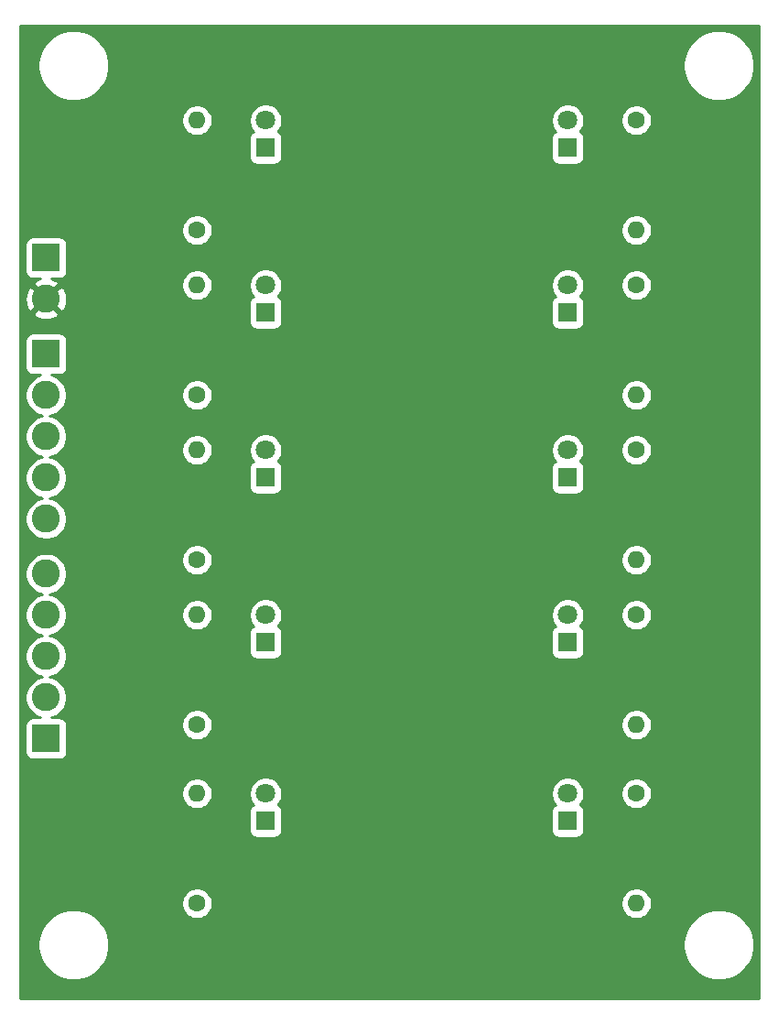
<source format=gbr>
%TF.GenerationSoftware,KiCad,Pcbnew,(5.1.6)-1*%
%TF.CreationDate,2020-07-18T16:29:51-07:00*%
%TF.ProjectId,Ign-Inj LEDs,49676e2d-496e-46a2-904c-4544732e6b69,rev?*%
%TF.SameCoordinates,Original*%
%TF.FileFunction,Copper,L2,Bot*%
%TF.FilePolarity,Positive*%
%FSLAX46Y46*%
G04 Gerber Fmt 4.6, Leading zero omitted, Abs format (unit mm)*
G04 Created by KiCad (PCBNEW (5.1.6)-1) date 2020-07-18 16:29:51*
%MOMM*%
%LPD*%
G01*
G04 APERTURE LIST*
%TA.AperFunction,ComponentPad*%
%ADD10C,1.800000*%
%TD*%
%TA.AperFunction,ComponentPad*%
%ADD11R,1.800000X1.800000*%
%TD*%
%TA.AperFunction,ComponentPad*%
%ADD12C,2.600000*%
%TD*%
%TA.AperFunction,ComponentPad*%
%ADD13R,2.600000X2.600000*%
%TD*%
%TA.AperFunction,ComponentPad*%
%ADD14C,1.600000*%
%TD*%
%TA.AperFunction,ComponentPad*%
%ADD15O,1.600000X1.600000*%
%TD*%
%TA.AperFunction,ViaPad*%
%ADD16C,0.800000*%
%TD*%
%TA.AperFunction,Conductor*%
%ADD17C,0.254000*%
%TD*%
G04 APERTURE END LIST*
D10*
%TO.P,D1,2*%
%TO.N,Net-(D1-Pad2)*%
X111760000Y-957580000D03*
D11*
%TO.P,D1,1*%
%TO.N,Net-(D1-Pad1)*%
X111760000Y-960120000D03*
%TD*%
D10*
%TO.P,D2,2*%
%TO.N,Net-(D2-Pad2)*%
X111760000Y-972820000D03*
D11*
%TO.P,D2,1*%
%TO.N,Net-(D2-Pad1)*%
X111760000Y-975360000D03*
%TD*%
%TO.P,D3,1*%
%TO.N,Net-(D3-Pad1)*%
X111760000Y-990600000D03*
D10*
%TO.P,D3,2*%
%TO.N,Net-(D3-Pad2)*%
X111760000Y-988060000D03*
%TD*%
%TO.P,D4,2*%
%TO.N,Net-(D4-Pad2)*%
X111760000Y-1003300000D03*
D11*
%TO.P,D4,1*%
%TO.N,Net-(D4-Pad1)*%
X111760000Y-1005840000D03*
%TD*%
%TO.P,D5,1*%
%TO.N,Net-(D5-Pad1)*%
X111760000Y-1022350000D03*
D10*
%TO.P,D5,2*%
%TO.N,Net-(D5-Pad2)*%
X111760000Y-1019810000D03*
%TD*%
D11*
%TO.P,D6,1*%
%TO.N,/Inj1*%
X139700000Y-960120000D03*
D10*
%TO.P,D6,2*%
%TO.N,Net-(D6-Pad2)*%
X139700000Y-957580000D03*
%TD*%
%TO.P,D7,2*%
%TO.N,Net-(D7-Pad2)*%
X139700000Y-972820000D03*
D11*
%TO.P,D7,1*%
%TO.N,/Inj2*%
X139700000Y-975360000D03*
%TD*%
%TO.P,D8,1*%
%TO.N,/Inj3*%
X139700000Y-990600000D03*
D10*
%TO.P,D8,2*%
%TO.N,Net-(D8-Pad2)*%
X139700000Y-988060000D03*
%TD*%
%TO.P,D9,2*%
%TO.N,Net-(D9-Pad2)*%
X139700000Y-1003300000D03*
D11*
%TO.P,D9,1*%
%TO.N,/Inj4*%
X139700000Y-1005840000D03*
%TD*%
%TO.P,D10,1*%
%TO.N,/Inj5*%
X139700000Y-1022350000D03*
D10*
%TO.P,D10,2*%
%TO.N,Net-(D10-Pad2)*%
X139700000Y-1019810000D03*
%TD*%
D12*
%TO.P,J1,3*%
%TO.N,/Inj4*%
X91440000Y-1007110000D03*
%TO.P,J1,2*%
%TO.N,Net-(D5-Pad1)*%
X91440000Y-1010920000D03*
%TO.P,J1,4*%
%TO.N,Net-(D4-Pad1)*%
X91440000Y-1003300000D03*
%TO.P,J1,5*%
%TO.N,/Inj3*%
X91440000Y-999490000D03*
D13*
%TO.P,J1,1*%
%TO.N,/Inj5*%
X91440000Y-1014730000D03*
%TD*%
D12*
%TO.P,J2,2*%
%TO.N,GND*%
X91440000Y-974090000D03*
D13*
%TO.P,J2,1*%
%TO.N,+12V*%
X91440000Y-970280000D03*
%TD*%
%TO.P,J3,1*%
%TO.N,Net-(D1-Pad1)*%
X91440000Y-979170000D03*
D12*
%TO.P,J3,5*%
%TO.N,Net-(D3-Pad1)*%
X91440000Y-994410000D03*
%TO.P,J3,4*%
%TO.N,/Inj2*%
X91440000Y-990600000D03*
%TO.P,J3,2*%
%TO.N,/Inj1*%
X91440000Y-982980000D03*
%TO.P,J3,3*%
%TO.N,Net-(D2-Pad1)*%
X91440000Y-986790000D03*
%TD*%
D14*
%TO.P,R1,1*%
%TO.N,+12V*%
X105410000Y-967740000D03*
D15*
%TO.P,R1,2*%
%TO.N,Net-(D1-Pad2)*%
X105410000Y-957580000D03*
%TD*%
%TO.P,R2,2*%
%TO.N,Net-(D2-Pad2)*%
X105410000Y-972820000D03*
D14*
%TO.P,R2,1*%
%TO.N,+12V*%
X105410000Y-982980000D03*
%TD*%
%TO.P,R3,1*%
%TO.N,+12V*%
X105410000Y-998220000D03*
D15*
%TO.P,R3,2*%
%TO.N,Net-(D3-Pad2)*%
X105410000Y-988060000D03*
%TD*%
%TO.P,R4,2*%
%TO.N,Net-(D4-Pad2)*%
X105410000Y-1003300000D03*
D14*
%TO.P,R4,1*%
%TO.N,+12V*%
X105410000Y-1013460000D03*
%TD*%
%TO.P,R5,1*%
%TO.N,+12V*%
X105410000Y-1029970000D03*
D15*
%TO.P,R5,2*%
%TO.N,Net-(D5-Pad2)*%
X105410000Y-1019810000D03*
%TD*%
%TO.P,R6,2*%
%TO.N,+12V*%
X146050000Y-967740000D03*
D14*
%TO.P,R6,1*%
%TO.N,Net-(D6-Pad2)*%
X146050000Y-957580000D03*
%TD*%
%TO.P,R7,1*%
%TO.N,Net-(D7-Pad2)*%
X146050000Y-972820000D03*
D15*
%TO.P,R7,2*%
%TO.N,+12V*%
X146050000Y-982980000D03*
%TD*%
%TO.P,R8,2*%
%TO.N,+12V*%
X146050000Y-998220000D03*
D14*
%TO.P,R8,1*%
%TO.N,Net-(D8-Pad2)*%
X146050000Y-988060000D03*
%TD*%
%TO.P,R9,1*%
%TO.N,Net-(D9-Pad2)*%
X146050000Y-1003300000D03*
D15*
%TO.P,R9,2*%
%TO.N,+12V*%
X146050000Y-1013460000D03*
%TD*%
%TO.P,R10,2*%
%TO.N,+12V*%
X146050000Y-1029970000D03*
D14*
%TO.P,R10,1*%
%TO.N,Net-(D10-Pad2)*%
X146050000Y-1019810000D03*
%TD*%
D16*
%TO.N,GND*%
X143630000Y-1016890000D03*
X124360000Y-1018580000D03*
X100560000Y-1015470000D03*
X141320000Y-995050000D03*
X125510000Y-1003300000D03*
X100200000Y-1000550000D03*
X142560000Y-964090000D03*
X110150000Y-965780000D03*
X126490000Y-971730000D03*
X101980000Y-972350000D03*
X143010000Y-969860000D03*
X120810000Y-996240000D03*
X139990000Y-1010410000D03*
%TD*%
D17*
%TO.N,GND*%
G36*
X157353000Y-1038733000D02*
G01*
X89027000Y-1038733000D01*
X89027000Y-1033456456D01*
X90695000Y-1033456456D01*
X90695000Y-1034103544D01*
X90821240Y-1034738199D01*
X91068871Y-1035336031D01*
X91428374Y-1035874066D01*
X91885934Y-1036331626D01*
X92423969Y-1036691129D01*
X93021801Y-1036938760D01*
X93656456Y-1037065000D01*
X94303544Y-1037065000D01*
X94938199Y-1036938760D01*
X95536031Y-1036691129D01*
X96074066Y-1036331626D01*
X96531626Y-1035874066D01*
X96891129Y-1035336031D01*
X97138760Y-1034738199D01*
X97265000Y-1034103544D01*
X97265000Y-1033456456D01*
X150385000Y-1033456456D01*
X150385000Y-1034103544D01*
X150511240Y-1034738199D01*
X150758871Y-1035336031D01*
X151118374Y-1035874066D01*
X151575934Y-1036331626D01*
X152113969Y-1036691129D01*
X152711801Y-1036938760D01*
X153346456Y-1037065000D01*
X153993544Y-1037065000D01*
X154628199Y-1036938760D01*
X155226031Y-1036691129D01*
X155764066Y-1036331626D01*
X156221626Y-1035874066D01*
X156581129Y-1035336031D01*
X156828760Y-1034738199D01*
X156955000Y-1034103544D01*
X156955000Y-1033456456D01*
X156828760Y-1032821801D01*
X156581129Y-1032223969D01*
X156221626Y-1031685934D01*
X155764066Y-1031228374D01*
X155226031Y-1030868871D01*
X154628199Y-1030621240D01*
X153993544Y-1030495000D01*
X153346456Y-1030495000D01*
X152711801Y-1030621240D01*
X152113969Y-1030868871D01*
X151575934Y-1031228374D01*
X151118374Y-1031685934D01*
X150758871Y-1032223969D01*
X150511240Y-1032821801D01*
X150385000Y-1033456456D01*
X97265000Y-1033456456D01*
X97138760Y-1032821801D01*
X96891129Y-1032223969D01*
X96531626Y-1031685934D01*
X96074066Y-1031228374D01*
X95536031Y-1030868871D01*
X94938199Y-1030621240D01*
X94303544Y-1030495000D01*
X93656456Y-1030495000D01*
X93021801Y-1030621240D01*
X92423969Y-1030868871D01*
X91885934Y-1031228374D01*
X91428374Y-1031685934D01*
X91068871Y-1032223969D01*
X90821240Y-1032821801D01*
X90695000Y-1033456456D01*
X89027000Y-1033456456D01*
X89027000Y-1029828665D01*
X103975000Y-1029828665D01*
X103975000Y-1030111335D01*
X104030147Y-1030388574D01*
X104138320Y-1030649727D01*
X104295363Y-1030884759D01*
X104495241Y-1031084637D01*
X104730273Y-1031241680D01*
X104991426Y-1031349853D01*
X105268665Y-1031405000D01*
X105551335Y-1031405000D01*
X105828574Y-1031349853D01*
X106089727Y-1031241680D01*
X106324759Y-1031084637D01*
X106524637Y-1030884759D01*
X106681680Y-1030649727D01*
X106789853Y-1030388574D01*
X106845000Y-1030111335D01*
X106845000Y-1029828665D01*
X144615000Y-1029828665D01*
X144615000Y-1030111335D01*
X144670147Y-1030388574D01*
X144778320Y-1030649727D01*
X144935363Y-1030884759D01*
X145135241Y-1031084637D01*
X145370273Y-1031241680D01*
X145631426Y-1031349853D01*
X145908665Y-1031405000D01*
X146191335Y-1031405000D01*
X146468574Y-1031349853D01*
X146729727Y-1031241680D01*
X146964759Y-1031084637D01*
X147164637Y-1030884759D01*
X147321680Y-1030649727D01*
X147429853Y-1030388574D01*
X147485000Y-1030111335D01*
X147485000Y-1029828665D01*
X147429853Y-1029551426D01*
X147321680Y-1029290273D01*
X147164637Y-1029055241D01*
X146964759Y-1028855363D01*
X146729727Y-1028698320D01*
X146468574Y-1028590147D01*
X146191335Y-1028535000D01*
X145908665Y-1028535000D01*
X145631426Y-1028590147D01*
X145370273Y-1028698320D01*
X145135241Y-1028855363D01*
X144935363Y-1029055241D01*
X144778320Y-1029290273D01*
X144670147Y-1029551426D01*
X144615000Y-1029828665D01*
X106845000Y-1029828665D01*
X106789853Y-1029551426D01*
X106681680Y-1029290273D01*
X106524637Y-1029055241D01*
X106324759Y-1028855363D01*
X106089727Y-1028698320D01*
X105828574Y-1028590147D01*
X105551335Y-1028535000D01*
X105268665Y-1028535000D01*
X104991426Y-1028590147D01*
X104730273Y-1028698320D01*
X104495241Y-1028855363D01*
X104295363Y-1029055241D01*
X104138320Y-1029290273D01*
X104030147Y-1029551426D01*
X103975000Y-1029828665D01*
X89027000Y-1029828665D01*
X89027000Y-1021450000D01*
X110221928Y-1021450000D01*
X110221928Y-1023250000D01*
X110234188Y-1023374482D01*
X110270498Y-1023494180D01*
X110329463Y-1023604494D01*
X110408815Y-1023701185D01*
X110505506Y-1023780537D01*
X110615820Y-1023839502D01*
X110735518Y-1023875812D01*
X110860000Y-1023888072D01*
X112660000Y-1023888072D01*
X112784482Y-1023875812D01*
X112904180Y-1023839502D01*
X113014494Y-1023780537D01*
X113111185Y-1023701185D01*
X113190537Y-1023604494D01*
X113249502Y-1023494180D01*
X113285812Y-1023374482D01*
X113298072Y-1023250000D01*
X113298072Y-1021450000D01*
X138161928Y-1021450000D01*
X138161928Y-1023250000D01*
X138174188Y-1023374482D01*
X138210498Y-1023494180D01*
X138269463Y-1023604494D01*
X138348815Y-1023701185D01*
X138445506Y-1023780537D01*
X138555820Y-1023839502D01*
X138675518Y-1023875812D01*
X138800000Y-1023888072D01*
X140600000Y-1023888072D01*
X140724482Y-1023875812D01*
X140844180Y-1023839502D01*
X140954494Y-1023780537D01*
X141051185Y-1023701185D01*
X141130537Y-1023604494D01*
X141189502Y-1023494180D01*
X141225812Y-1023374482D01*
X141238072Y-1023250000D01*
X141238072Y-1021450000D01*
X141225812Y-1021325518D01*
X141189502Y-1021205820D01*
X141130537Y-1021095506D01*
X141051185Y-1020998815D01*
X140954494Y-1020919463D01*
X140844180Y-1020860498D01*
X140825873Y-1020854944D01*
X140892312Y-1020788505D01*
X141060299Y-1020537095D01*
X141176011Y-1020257743D01*
X141235000Y-1019961184D01*
X141235000Y-1019668665D01*
X144615000Y-1019668665D01*
X144615000Y-1019951335D01*
X144670147Y-1020228574D01*
X144778320Y-1020489727D01*
X144935363Y-1020724759D01*
X145135241Y-1020924637D01*
X145370273Y-1021081680D01*
X145631426Y-1021189853D01*
X145908665Y-1021245000D01*
X146191335Y-1021245000D01*
X146468574Y-1021189853D01*
X146729727Y-1021081680D01*
X146964759Y-1020924637D01*
X147164637Y-1020724759D01*
X147321680Y-1020489727D01*
X147429853Y-1020228574D01*
X147485000Y-1019951335D01*
X147485000Y-1019668665D01*
X147429853Y-1019391426D01*
X147321680Y-1019130273D01*
X147164637Y-1018895241D01*
X146964759Y-1018695363D01*
X146729727Y-1018538320D01*
X146468574Y-1018430147D01*
X146191335Y-1018375000D01*
X145908665Y-1018375000D01*
X145631426Y-1018430147D01*
X145370273Y-1018538320D01*
X145135241Y-1018695363D01*
X144935363Y-1018895241D01*
X144778320Y-1019130273D01*
X144670147Y-1019391426D01*
X144615000Y-1019668665D01*
X141235000Y-1019668665D01*
X141235000Y-1019658816D01*
X141176011Y-1019362257D01*
X141060299Y-1019082905D01*
X140892312Y-1018831495D01*
X140678505Y-1018617688D01*
X140427095Y-1018449701D01*
X140147743Y-1018333989D01*
X139851184Y-1018275000D01*
X139548816Y-1018275000D01*
X139252257Y-1018333989D01*
X138972905Y-1018449701D01*
X138721495Y-1018617688D01*
X138507688Y-1018831495D01*
X138339701Y-1019082905D01*
X138223989Y-1019362257D01*
X138165000Y-1019658816D01*
X138165000Y-1019961184D01*
X138223989Y-1020257743D01*
X138339701Y-1020537095D01*
X138507688Y-1020788505D01*
X138574127Y-1020854944D01*
X138555820Y-1020860498D01*
X138445506Y-1020919463D01*
X138348815Y-1020998815D01*
X138269463Y-1021095506D01*
X138210498Y-1021205820D01*
X138174188Y-1021325518D01*
X138161928Y-1021450000D01*
X113298072Y-1021450000D01*
X113285812Y-1021325518D01*
X113249502Y-1021205820D01*
X113190537Y-1021095506D01*
X113111185Y-1020998815D01*
X113014494Y-1020919463D01*
X112904180Y-1020860498D01*
X112885873Y-1020854944D01*
X112952312Y-1020788505D01*
X113120299Y-1020537095D01*
X113236011Y-1020257743D01*
X113295000Y-1019961184D01*
X113295000Y-1019658816D01*
X113236011Y-1019362257D01*
X113120299Y-1019082905D01*
X112952312Y-1018831495D01*
X112738505Y-1018617688D01*
X112487095Y-1018449701D01*
X112207743Y-1018333989D01*
X111911184Y-1018275000D01*
X111608816Y-1018275000D01*
X111312257Y-1018333989D01*
X111032905Y-1018449701D01*
X110781495Y-1018617688D01*
X110567688Y-1018831495D01*
X110399701Y-1019082905D01*
X110283989Y-1019362257D01*
X110225000Y-1019658816D01*
X110225000Y-1019961184D01*
X110283989Y-1020257743D01*
X110399701Y-1020537095D01*
X110567688Y-1020788505D01*
X110634127Y-1020854944D01*
X110615820Y-1020860498D01*
X110505506Y-1020919463D01*
X110408815Y-1020998815D01*
X110329463Y-1021095506D01*
X110270498Y-1021205820D01*
X110234188Y-1021325518D01*
X110221928Y-1021450000D01*
X89027000Y-1021450000D01*
X89027000Y-1019668665D01*
X103975000Y-1019668665D01*
X103975000Y-1019951335D01*
X104030147Y-1020228574D01*
X104138320Y-1020489727D01*
X104295363Y-1020724759D01*
X104495241Y-1020924637D01*
X104730273Y-1021081680D01*
X104991426Y-1021189853D01*
X105268665Y-1021245000D01*
X105551335Y-1021245000D01*
X105828574Y-1021189853D01*
X106089727Y-1021081680D01*
X106324759Y-1020924637D01*
X106524637Y-1020724759D01*
X106681680Y-1020489727D01*
X106789853Y-1020228574D01*
X106845000Y-1019951335D01*
X106845000Y-1019668665D01*
X106789853Y-1019391426D01*
X106681680Y-1019130273D01*
X106524637Y-1018895241D01*
X106324759Y-1018695363D01*
X106089727Y-1018538320D01*
X105828574Y-1018430147D01*
X105551335Y-1018375000D01*
X105268665Y-1018375000D01*
X104991426Y-1018430147D01*
X104730273Y-1018538320D01*
X104495241Y-1018695363D01*
X104295363Y-1018895241D01*
X104138320Y-1019130273D01*
X104030147Y-1019391426D01*
X103975000Y-1019668665D01*
X89027000Y-1019668665D01*
X89027000Y-1013430000D01*
X89501928Y-1013430000D01*
X89501928Y-1016030000D01*
X89514188Y-1016154482D01*
X89550498Y-1016274180D01*
X89609463Y-1016384494D01*
X89688815Y-1016481185D01*
X89785506Y-1016560537D01*
X89895820Y-1016619502D01*
X90015518Y-1016655812D01*
X90140000Y-1016668072D01*
X92740000Y-1016668072D01*
X92864482Y-1016655812D01*
X92984180Y-1016619502D01*
X93094494Y-1016560537D01*
X93191185Y-1016481185D01*
X93270537Y-1016384494D01*
X93329502Y-1016274180D01*
X93365812Y-1016154482D01*
X93378072Y-1016030000D01*
X93378072Y-1013430000D01*
X93367107Y-1013318665D01*
X103975000Y-1013318665D01*
X103975000Y-1013601335D01*
X104030147Y-1013878574D01*
X104138320Y-1014139727D01*
X104295363Y-1014374759D01*
X104495241Y-1014574637D01*
X104730273Y-1014731680D01*
X104991426Y-1014839853D01*
X105268665Y-1014895000D01*
X105551335Y-1014895000D01*
X105828574Y-1014839853D01*
X106089727Y-1014731680D01*
X106324759Y-1014574637D01*
X106524637Y-1014374759D01*
X106681680Y-1014139727D01*
X106789853Y-1013878574D01*
X106845000Y-1013601335D01*
X106845000Y-1013318665D01*
X144615000Y-1013318665D01*
X144615000Y-1013601335D01*
X144670147Y-1013878574D01*
X144778320Y-1014139727D01*
X144935363Y-1014374759D01*
X145135241Y-1014574637D01*
X145370273Y-1014731680D01*
X145631426Y-1014839853D01*
X145908665Y-1014895000D01*
X146191335Y-1014895000D01*
X146468574Y-1014839853D01*
X146729727Y-1014731680D01*
X146964759Y-1014574637D01*
X147164637Y-1014374759D01*
X147321680Y-1014139727D01*
X147429853Y-1013878574D01*
X147485000Y-1013601335D01*
X147485000Y-1013318665D01*
X147429853Y-1013041426D01*
X147321680Y-1012780273D01*
X147164637Y-1012545241D01*
X146964759Y-1012345363D01*
X146729727Y-1012188320D01*
X146468574Y-1012080147D01*
X146191335Y-1012025000D01*
X145908665Y-1012025000D01*
X145631426Y-1012080147D01*
X145370273Y-1012188320D01*
X145135241Y-1012345363D01*
X144935363Y-1012545241D01*
X144778320Y-1012780273D01*
X144670147Y-1013041426D01*
X144615000Y-1013318665D01*
X106845000Y-1013318665D01*
X106789853Y-1013041426D01*
X106681680Y-1012780273D01*
X106524637Y-1012545241D01*
X106324759Y-1012345363D01*
X106089727Y-1012188320D01*
X105828574Y-1012080147D01*
X105551335Y-1012025000D01*
X105268665Y-1012025000D01*
X104991426Y-1012080147D01*
X104730273Y-1012188320D01*
X104495241Y-1012345363D01*
X104295363Y-1012545241D01*
X104138320Y-1012780273D01*
X104030147Y-1013041426D01*
X103975000Y-1013318665D01*
X93367107Y-1013318665D01*
X93365812Y-1013305518D01*
X93329502Y-1013185820D01*
X93270537Y-1013075506D01*
X93191185Y-1012978815D01*
X93094494Y-1012899463D01*
X92984180Y-1012840498D01*
X92864482Y-1012804188D01*
X92740000Y-1012791928D01*
X91947665Y-1012791928D01*
X92004419Y-1012780639D01*
X92356566Y-1012634775D01*
X92673491Y-1012423013D01*
X92943013Y-1012153491D01*
X93154775Y-1011836566D01*
X93300639Y-1011484419D01*
X93375000Y-1011110581D01*
X93375000Y-1010729419D01*
X93300639Y-1010355581D01*
X93154775Y-1010003434D01*
X92943013Y-1009686509D01*
X92673491Y-1009416987D01*
X92356566Y-1009205225D01*
X92004419Y-1009059361D01*
X91781401Y-1009015000D01*
X92004419Y-1008970639D01*
X92356566Y-1008824775D01*
X92673491Y-1008613013D01*
X92943013Y-1008343491D01*
X93154775Y-1008026566D01*
X93300639Y-1007674419D01*
X93375000Y-1007300581D01*
X93375000Y-1006919419D01*
X93300639Y-1006545581D01*
X93154775Y-1006193434D01*
X92943013Y-1005876509D01*
X92673491Y-1005606987D01*
X92356566Y-1005395225D01*
X92004419Y-1005249361D01*
X91781401Y-1005205000D01*
X92004419Y-1005160639D01*
X92356566Y-1005014775D01*
X92468474Y-1004940000D01*
X110221928Y-1004940000D01*
X110221928Y-1006740000D01*
X110234188Y-1006864482D01*
X110270498Y-1006984180D01*
X110329463Y-1007094494D01*
X110408815Y-1007191185D01*
X110505506Y-1007270537D01*
X110615820Y-1007329502D01*
X110735518Y-1007365812D01*
X110860000Y-1007378072D01*
X112660000Y-1007378072D01*
X112784482Y-1007365812D01*
X112904180Y-1007329502D01*
X113014494Y-1007270537D01*
X113111185Y-1007191185D01*
X113190537Y-1007094494D01*
X113249502Y-1006984180D01*
X113285812Y-1006864482D01*
X113298072Y-1006740000D01*
X113298072Y-1004940000D01*
X138161928Y-1004940000D01*
X138161928Y-1006740000D01*
X138174188Y-1006864482D01*
X138210498Y-1006984180D01*
X138269463Y-1007094494D01*
X138348815Y-1007191185D01*
X138445506Y-1007270537D01*
X138555820Y-1007329502D01*
X138675518Y-1007365812D01*
X138800000Y-1007378072D01*
X140600000Y-1007378072D01*
X140724482Y-1007365812D01*
X140844180Y-1007329502D01*
X140954494Y-1007270537D01*
X141051185Y-1007191185D01*
X141130537Y-1007094494D01*
X141189502Y-1006984180D01*
X141225812Y-1006864482D01*
X141238072Y-1006740000D01*
X141238072Y-1004940000D01*
X141225812Y-1004815518D01*
X141189502Y-1004695820D01*
X141130537Y-1004585506D01*
X141051185Y-1004488815D01*
X140954494Y-1004409463D01*
X140844180Y-1004350498D01*
X140825873Y-1004344944D01*
X140892312Y-1004278505D01*
X141060299Y-1004027095D01*
X141176011Y-1003747743D01*
X141235000Y-1003451184D01*
X141235000Y-1003158665D01*
X144615000Y-1003158665D01*
X144615000Y-1003441335D01*
X144670147Y-1003718574D01*
X144778320Y-1003979727D01*
X144935363Y-1004214759D01*
X145135241Y-1004414637D01*
X145370273Y-1004571680D01*
X145631426Y-1004679853D01*
X145908665Y-1004735000D01*
X146191335Y-1004735000D01*
X146468574Y-1004679853D01*
X146729727Y-1004571680D01*
X146964759Y-1004414637D01*
X147164637Y-1004214759D01*
X147321680Y-1003979727D01*
X147429853Y-1003718574D01*
X147485000Y-1003441335D01*
X147485000Y-1003158665D01*
X147429853Y-1002881426D01*
X147321680Y-1002620273D01*
X147164637Y-1002385241D01*
X146964759Y-1002185363D01*
X146729727Y-1002028320D01*
X146468574Y-1001920147D01*
X146191335Y-1001865000D01*
X145908665Y-1001865000D01*
X145631426Y-1001920147D01*
X145370273Y-1002028320D01*
X145135241Y-1002185363D01*
X144935363Y-1002385241D01*
X144778320Y-1002620273D01*
X144670147Y-1002881426D01*
X144615000Y-1003158665D01*
X141235000Y-1003158665D01*
X141235000Y-1003148816D01*
X141176011Y-1002852257D01*
X141060299Y-1002572905D01*
X140892312Y-1002321495D01*
X140678505Y-1002107688D01*
X140427095Y-1001939701D01*
X140147743Y-1001823989D01*
X139851184Y-1001765000D01*
X139548816Y-1001765000D01*
X139252257Y-1001823989D01*
X138972905Y-1001939701D01*
X138721495Y-1002107688D01*
X138507688Y-1002321495D01*
X138339701Y-1002572905D01*
X138223989Y-1002852257D01*
X138165000Y-1003148816D01*
X138165000Y-1003451184D01*
X138223989Y-1003747743D01*
X138339701Y-1004027095D01*
X138507688Y-1004278505D01*
X138574127Y-1004344944D01*
X138555820Y-1004350498D01*
X138445506Y-1004409463D01*
X138348815Y-1004488815D01*
X138269463Y-1004585506D01*
X138210498Y-1004695820D01*
X138174188Y-1004815518D01*
X138161928Y-1004940000D01*
X113298072Y-1004940000D01*
X113285812Y-1004815518D01*
X113249502Y-1004695820D01*
X113190537Y-1004585506D01*
X113111185Y-1004488815D01*
X113014494Y-1004409463D01*
X112904180Y-1004350498D01*
X112885873Y-1004344944D01*
X112952312Y-1004278505D01*
X113120299Y-1004027095D01*
X113236011Y-1003747743D01*
X113295000Y-1003451184D01*
X113295000Y-1003148816D01*
X113236011Y-1002852257D01*
X113120299Y-1002572905D01*
X112952312Y-1002321495D01*
X112738505Y-1002107688D01*
X112487095Y-1001939701D01*
X112207743Y-1001823989D01*
X111911184Y-1001765000D01*
X111608816Y-1001765000D01*
X111312257Y-1001823989D01*
X111032905Y-1001939701D01*
X110781495Y-1002107688D01*
X110567688Y-1002321495D01*
X110399701Y-1002572905D01*
X110283989Y-1002852257D01*
X110225000Y-1003148816D01*
X110225000Y-1003451184D01*
X110283989Y-1003747743D01*
X110399701Y-1004027095D01*
X110567688Y-1004278505D01*
X110634127Y-1004344944D01*
X110615820Y-1004350498D01*
X110505506Y-1004409463D01*
X110408815Y-1004488815D01*
X110329463Y-1004585506D01*
X110270498Y-1004695820D01*
X110234188Y-1004815518D01*
X110221928Y-1004940000D01*
X92468474Y-1004940000D01*
X92673491Y-1004803013D01*
X92943013Y-1004533491D01*
X93154775Y-1004216566D01*
X93300639Y-1003864419D01*
X93375000Y-1003490581D01*
X93375000Y-1003158665D01*
X103975000Y-1003158665D01*
X103975000Y-1003441335D01*
X104030147Y-1003718574D01*
X104138320Y-1003979727D01*
X104295363Y-1004214759D01*
X104495241Y-1004414637D01*
X104730273Y-1004571680D01*
X104991426Y-1004679853D01*
X105268665Y-1004735000D01*
X105551335Y-1004735000D01*
X105828574Y-1004679853D01*
X106089727Y-1004571680D01*
X106324759Y-1004414637D01*
X106524637Y-1004214759D01*
X106681680Y-1003979727D01*
X106789853Y-1003718574D01*
X106845000Y-1003441335D01*
X106845000Y-1003158665D01*
X106789853Y-1002881426D01*
X106681680Y-1002620273D01*
X106524637Y-1002385241D01*
X106324759Y-1002185363D01*
X106089727Y-1002028320D01*
X105828574Y-1001920147D01*
X105551335Y-1001865000D01*
X105268665Y-1001865000D01*
X104991426Y-1001920147D01*
X104730273Y-1002028320D01*
X104495241Y-1002185363D01*
X104295363Y-1002385241D01*
X104138320Y-1002620273D01*
X104030147Y-1002881426D01*
X103975000Y-1003158665D01*
X93375000Y-1003158665D01*
X93375000Y-1003109419D01*
X93300639Y-1002735581D01*
X93154775Y-1002383434D01*
X92943013Y-1002066509D01*
X92673491Y-1001796987D01*
X92356566Y-1001585225D01*
X92004419Y-1001439361D01*
X91781401Y-1001395000D01*
X92004419Y-1001350639D01*
X92356566Y-1001204775D01*
X92673491Y-1000993013D01*
X92943013Y-1000723491D01*
X93154775Y-1000406566D01*
X93300639Y-1000054419D01*
X93375000Y-999680581D01*
X93375000Y-999299419D01*
X93300639Y-998925581D01*
X93154775Y-998573434D01*
X92943013Y-998256509D01*
X92765169Y-998078665D01*
X103975000Y-998078665D01*
X103975000Y-998361335D01*
X104030147Y-998638574D01*
X104138320Y-998899727D01*
X104295363Y-999134759D01*
X104495241Y-999334637D01*
X104730273Y-999491680D01*
X104991426Y-999599853D01*
X105268665Y-999655000D01*
X105551335Y-999655000D01*
X105828574Y-999599853D01*
X106089727Y-999491680D01*
X106324759Y-999334637D01*
X106524637Y-999134759D01*
X106681680Y-998899727D01*
X106789853Y-998638574D01*
X106845000Y-998361335D01*
X106845000Y-998078665D01*
X144615000Y-998078665D01*
X144615000Y-998361335D01*
X144670147Y-998638574D01*
X144778320Y-998899727D01*
X144935363Y-999134759D01*
X145135241Y-999334637D01*
X145370273Y-999491680D01*
X145631426Y-999599853D01*
X145908665Y-999655000D01*
X146191335Y-999655000D01*
X146468574Y-999599853D01*
X146729727Y-999491680D01*
X146964759Y-999334637D01*
X147164637Y-999134759D01*
X147321680Y-998899727D01*
X147429853Y-998638574D01*
X147485000Y-998361335D01*
X147485000Y-998078665D01*
X147429853Y-997801426D01*
X147321680Y-997540273D01*
X147164637Y-997305241D01*
X146964759Y-997105363D01*
X146729727Y-996948320D01*
X146468574Y-996840147D01*
X146191335Y-996785000D01*
X145908665Y-996785000D01*
X145631426Y-996840147D01*
X145370273Y-996948320D01*
X145135241Y-997105363D01*
X144935363Y-997305241D01*
X144778320Y-997540273D01*
X144670147Y-997801426D01*
X144615000Y-998078665D01*
X106845000Y-998078665D01*
X106789853Y-997801426D01*
X106681680Y-997540273D01*
X106524637Y-997305241D01*
X106324759Y-997105363D01*
X106089727Y-996948320D01*
X105828574Y-996840147D01*
X105551335Y-996785000D01*
X105268665Y-996785000D01*
X104991426Y-996840147D01*
X104730273Y-996948320D01*
X104495241Y-997105363D01*
X104295363Y-997305241D01*
X104138320Y-997540273D01*
X104030147Y-997801426D01*
X103975000Y-998078665D01*
X92765169Y-998078665D01*
X92673491Y-997986987D01*
X92356566Y-997775225D01*
X92004419Y-997629361D01*
X91630581Y-997555000D01*
X91249419Y-997555000D01*
X90875581Y-997629361D01*
X90523434Y-997775225D01*
X90206509Y-997986987D01*
X89936987Y-998256509D01*
X89725225Y-998573434D01*
X89579361Y-998925581D01*
X89505000Y-999299419D01*
X89505000Y-999680581D01*
X89579361Y-1000054419D01*
X89725225Y-1000406566D01*
X89936987Y-1000723491D01*
X90206509Y-1000993013D01*
X90523434Y-1001204775D01*
X90875581Y-1001350639D01*
X91098599Y-1001395000D01*
X90875581Y-1001439361D01*
X90523434Y-1001585225D01*
X90206509Y-1001796987D01*
X89936987Y-1002066509D01*
X89725225Y-1002383434D01*
X89579361Y-1002735581D01*
X89505000Y-1003109419D01*
X89505000Y-1003490581D01*
X89579361Y-1003864419D01*
X89725225Y-1004216566D01*
X89936987Y-1004533491D01*
X90206509Y-1004803013D01*
X90523434Y-1005014775D01*
X90875581Y-1005160639D01*
X91098599Y-1005205000D01*
X90875581Y-1005249361D01*
X90523434Y-1005395225D01*
X90206509Y-1005606987D01*
X89936987Y-1005876509D01*
X89725225Y-1006193434D01*
X89579361Y-1006545581D01*
X89505000Y-1006919419D01*
X89505000Y-1007300581D01*
X89579361Y-1007674419D01*
X89725225Y-1008026566D01*
X89936987Y-1008343491D01*
X90206509Y-1008613013D01*
X90523434Y-1008824775D01*
X90875581Y-1008970639D01*
X91098599Y-1009015000D01*
X90875581Y-1009059361D01*
X90523434Y-1009205225D01*
X90206509Y-1009416987D01*
X89936987Y-1009686509D01*
X89725225Y-1010003434D01*
X89579361Y-1010355581D01*
X89505000Y-1010729419D01*
X89505000Y-1011110581D01*
X89579361Y-1011484419D01*
X89725225Y-1011836566D01*
X89936987Y-1012153491D01*
X90206509Y-1012423013D01*
X90523434Y-1012634775D01*
X90875581Y-1012780639D01*
X90932335Y-1012791928D01*
X90140000Y-1012791928D01*
X90015518Y-1012804188D01*
X89895820Y-1012840498D01*
X89785506Y-1012899463D01*
X89688815Y-1012978815D01*
X89609463Y-1013075506D01*
X89550498Y-1013185820D01*
X89514188Y-1013305518D01*
X89501928Y-1013430000D01*
X89027000Y-1013430000D01*
X89027000Y-977870000D01*
X89501928Y-977870000D01*
X89501928Y-980470000D01*
X89514188Y-980594482D01*
X89550498Y-980714180D01*
X89609463Y-980824494D01*
X89688815Y-980921185D01*
X89785506Y-981000537D01*
X89895820Y-981059502D01*
X90015518Y-981095812D01*
X90140000Y-981108072D01*
X90932335Y-981108072D01*
X90875581Y-981119361D01*
X90523434Y-981265225D01*
X90206509Y-981476987D01*
X89936987Y-981746509D01*
X89725225Y-982063434D01*
X89579361Y-982415581D01*
X89505000Y-982789419D01*
X89505000Y-983170581D01*
X89579361Y-983544419D01*
X89725225Y-983896566D01*
X89936987Y-984213491D01*
X90206509Y-984483013D01*
X90523434Y-984694775D01*
X90875581Y-984840639D01*
X91098599Y-984885000D01*
X90875581Y-984929361D01*
X90523434Y-985075225D01*
X90206509Y-985286987D01*
X89936987Y-985556509D01*
X89725225Y-985873434D01*
X89579361Y-986225581D01*
X89505000Y-986599419D01*
X89505000Y-986980581D01*
X89579361Y-987354419D01*
X89725225Y-987706566D01*
X89936987Y-988023491D01*
X90206509Y-988293013D01*
X90523434Y-988504775D01*
X90875581Y-988650639D01*
X91098599Y-988695000D01*
X90875581Y-988739361D01*
X90523434Y-988885225D01*
X90206509Y-989096987D01*
X89936987Y-989366509D01*
X89725225Y-989683434D01*
X89579361Y-990035581D01*
X89505000Y-990409419D01*
X89505000Y-990790581D01*
X89579361Y-991164419D01*
X89725225Y-991516566D01*
X89936987Y-991833491D01*
X90206509Y-992103013D01*
X90523434Y-992314775D01*
X90875581Y-992460639D01*
X91098599Y-992505000D01*
X90875581Y-992549361D01*
X90523434Y-992695225D01*
X90206509Y-992906987D01*
X89936987Y-993176509D01*
X89725225Y-993493434D01*
X89579361Y-993845581D01*
X89505000Y-994219419D01*
X89505000Y-994600581D01*
X89579361Y-994974419D01*
X89725225Y-995326566D01*
X89936987Y-995643491D01*
X90206509Y-995913013D01*
X90523434Y-996124775D01*
X90875581Y-996270639D01*
X91249419Y-996345000D01*
X91630581Y-996345000D01*
X92004419Y-996270639D01*
X92356566Y-996124775D01*
X92673491Y-995913013D01*
X92943013Y-995643491D01*
X93154775Y-995326566D01*
X93300639Y-994974419D01*
X93375000Y-994600581D01*
X93375000Y-994219419D01*
X93300639Y-993845581D01*
X93154775Y-993493434D01*
X92943013Y-993176509D01*
X92673491Y-992906987D01*
X92356566Y-992695225D01*
X92004419Y-992549361D01*
X91781401Y-992505000D01*
X92004419Y-992460639D01*
X92356566Y-992314775D01*
X92673491Y-992103013D01*
X92943013Y-991833491D01*
X93154775Y-991516566D01*
X93300639Y-991164419D01*
X93375000Y-990790581D01*
X93375000Y-990409419D01*
X93300639Y-990035581D01*
X93161637Y-989700000D01*
X110221928Y-989700000D01*
X110221928Y-991500000D01*
X110234188Y-991624482D01*
X110270498Y-991744180D01*
X110329463Y-991854494D01*
X110408815Y-991951185D01*
X110505506Y-992030537D01*
X110615820Y-992089502D01*
X110735518Y-992125812D01*
X110860000Y-992138072D01*
X112660000Y-992138072D01*
X112784482Y-992125812D01*
X112904180Y-992089502D01*
X113014494Y-992030537D01*
X113111185Y-991951185D01*
X113190537Y-991854494D01*
X113249502Y-991744180D01*
X113285812Y-991624482D01*
X113298072Y-991500000D01*
X113298072Y-989700000D01*
X138161928Y-989700000D01*
X138161928Y-991500000D01*
X138174188Y-991624482D01*
X138210498Y-991744180D01*
X138269463Y-991854494D01*
X138348815Y-991951185D01*
X138445506Y-992030537D01*
X138555820Y-992089502D01*
X138675518Y-992125812D01*
X138800000Y-992138072D01*
X140600000Y-992138072D01*
X140724482Y-992125812D01*
X140844180Y-992089502D01*
X140954494Y-992030537D01*
X141051185Y-991951185D01*
X141130537Y-991854494D01*
X141189502Y-991744180D01*
X141225812Y-991624482D01*
X141238072Y-991500000D01*
X141238072Y-989700000D01*
X141225812Y-989575518D01*
X141189502Y-989455820D01*
X141130537Y-989345506D01*
X141051185Y-989248815D01*
X140954494Y-989169463D01*
X140844180Y-989110498D01*
X140825873Y-989104944D01*
X140892312Y-989038505D01*
X141060299Y-988787095D01*
X141176011Y-988507743D01*
X141235000Y-988211184D01*
X141235000Y-987918665D01*
X144615000Y-987918665D01*
X144615000Y-988201335D01*
X144670147Y-988478574D01*
X144778320Y-988739727D01*
X144935363Y-988974759D01*
X145135241Y-989174637D01*
X145370273Y-989331680D01*
X145631426Y-989439853D01*
X145908665Y-989495000D01*
X146191335Y-989495000D01*
X146468574Y-989439853D01*
X146729727Y-989331680D01*
X146964759Y-989174637D01*
X147164637Y-988974759D01*
X147321680Y-988739727D01*
X147429853Y-988478574D01*
X147485000Y-988201335D01*
X147485000Y-987918665D01*
X147429853Y-987641426D01*
X147321680Y-987380273D01*
X147164637Y-987145241D01*
X146964759Y-986945363D01*
X146729727Y-986788320D01*
X146468574Y-986680147D01*
X146191335Y-986625000D01*
X145908665Y-986625000D01*
X145631426Y-986680147D01*
X145370273Y-986788320D01*
X145135241Y-986945363D01*
X144935363Y-987145241D01*
X144778320Y-987380273D01*
X144670147Y-987641426D01*
X144615000Y-987918665D01*
X141235000Y-987918665D01*
X141235000Y-987908816D01*
X141176011Y-987612257D01*
X141060299Y-987332905D01*
X140892312Y-987081495D01*
X140678505Y-986867688D01*
X140427095Y-986699701D01*
X140147743Y-986583989D01*
X139851184Y-986525000D01*
X139548816Y-986525000D01*
X139252257Y-986583989D01*
X138972905Y-986699701D01*
X138721495Y-986867688D01*
X138507688Y-987081495D01*
X138339701Y-987332905D01*
X138223989Y-987612257D01*
X138165000Y-987908816D01*
X138165000Y-988211184D01*
X138223989Y-988507743D01*
X138339701Y-988787095D01*
X138507688Y-989038505D01*
X138574127Y-989104944D01*
X138555820Y-989110498D01*
X138445506Y-989169463D01*
X138348815Y-989248815D01*
X138269463Y-989345506D01*
X138210498Y-989455820D01*
X138174188Y-989575518D01*
X138161928Y-989700000D01*
X113298072Y-989700000D01*
X113285812Y-989575518D01*
X113249502Y-989455820D01*
X113190537Y-989345506D01*
X113111185Y-989248815D01*
X113014494Y-989169463D01*
X112904180Y-989110498D01*
X112885873Y-989104944D01*
X112952312Y-989038505D01*
X113120299Y-988787095D01*
X113236011Y-988507743D01*
X113295000Y-988211184D01*
X113295000Y-987908816D01*
X113236011Y-987612257D01*
X113120299Y-987332905D01*
X112952312Y-987081495D01*
X112738505Y-986867688D01*
X112487095Y-986699701D01*
X112207743Y-986583989D01*
X111911184Y-986525000D01*
X111608816Y-986525000D01*
X111312257Y-986583989D01*
X111032905Y-986699701D01*
X110781495Y-986867688D01*
X110567688Y-987081495D01*
X110399701Y-987332905D01*
X110283989Y-987612257D01*
X110225000Y-987908816D01*
X110225000Y-988211184D01*
X110283989Y-988507743D01*
X110399701Y-988787095D01*
X110567688Y-989038505D01*
X110634127Y-989104944D01*
X110615820Y-989110498D01*
X110505506Y-989169463D01*
X110408815Y-989248815D01*
X110329463Y-989345506D01*
X110270498Y-989455820D01*
X110234188Y-989575518D01*
X110221928Y-989700000D01*
X93161637Y-989700000D01*
X93154775Y-989683434D01*
X92943013Y-989366509D01*
X92673491Y-989096987D01*
X92356566Y-988885225D01*
X92004419Y-988739361D01*
X91781401Y-988695000D01*
X92004419Y-988650639D01*
X92356566Y-988504775D01*
X92673491Y-988293013D01*
X92943013Y-988023491D01*
X93013055Y-987918665D01*
X103975000Y-987918665D01*
X103975000Y-988201335D01*
X104030147Y-988478574D01*
X104138320Y-988739727D01*
X104295363Y-988974759D01*
X104495241Y-989174637D01*
X104730273Y-989331680D01*
X104991426Y-989439853D01*
X105268665Y-989495000D01*
X105551335Y-989495000D01*
X105828574Y-989439853D01*
X106089727Y-989331680D01*
X106324759Y-989174637D01*
X106524637Y-988974759D01*
X106681680Y-988739727D01*
X106789853Y-988478574D01*
X106845000Y-988201335D01*
X106845000Y-987918665D01*
X106789853Y-987641426D01*
X106681680Y-987380273D01*
X106524637Y-987145241D01*
X106324759Y-986945363D01*
X106089727Y-986788320D01*
X105828574Y-986680147D01*
X105551335Y-986625000D01*
X105268665Y-986625000D01*
X104991426Y-986680147D01*
X104730273Y-986788320D01*
X104495241Y-986945363D01*
X104295363Y-987145241D01*
X104138320Y-987380273D01*
X104030147Y-987641426D01*
X103975000Y-987918665D01*
X93013055Y-987918665D01*
X93154775Y-987706566D01*
X93300639Y-987354419D01*
X93375000Y-986980581D01*
X93375000Y-986599419D01*
X93300639Y-986225581D01*
X93154775Y-985873434D01*
X92943013Y-985556509D01*
X92673491Y-985286987D01*
X92356566Y-985075225D01*
X92004419Y-984929361D01*
X91781401Y-984885000D01*
X92004419Y-984840639D01*
X92356566Y-984694775D01*
X92673491Y-984483013D01*
X92943013Y-984213491D01*
X93154775Y-983896566D01*
X93300639Y-983544419D01*
X93375000Y-983170581D01*
X93375000Y-982838665D01*
X103975000Y-982838665D01*
X103975000Y-983121335D01*
X104030147Y-983398574D01*
X104138320Y-983659727D01*
X104295363Y-983894759D01*
X104495241Y-984094637D01*
X104730273Y-984251680D01*
X104991426Y-984359853D01*
X105268665Y-984415000D01*
X105551335Y-984415000D01*
X105828574Y-984359853D01*
X106089727Y-984251680D01*
X106324759Y-984094637D01*
X106524637Y-983894759D01*
X106681680Y-983659727D01*
X106789853Y-983398574D01*
X106845000Y-983121335D01*
X106845000Y-982838665D01*
X144615000Y-982838665D01*
X144615000Y-983121335D01*
X144670147Y-983398574D01*
X144778320Y-983659727D01*
X144935363Y-983894759D01*
X145135241Y-984094637D01*
X145370273Y-984251680D01*
X145631426Y-984359853D01*
X145908665Y-984415000D01*
X146191335Y-984415000D01*
X146468574Y-984359853D01*
X146729727Y-984251680D01*
X146964759Y-984094637D01*
X147164637Y-983894759D01*
X147321680Y-983659727D01*
X147429853Y-983398574D01*
X147485000Y-983121335D01*
X147485000Y-982838665D01*
X147429853Y-982561426D01*
X147321680Y-982300273D01*
X147164637Y-982065241D01*
X146964759Y-981865363D01*
X146729727Y-981708320D01*
X146468574Y-981600147D01*
X146191335Y-981545000D01*
X145908665Y-981545000D01*
X145631426Y-981600147D01*
X145370273Y-981708320D01*
X145135241Y-981865363D01*
X144935363Y-982065241D01*
X144778320Y-982300273D01*
X144670147Y-982561426D01*
X144615000Y-982838665D01*
X106845000Y-982838665D01*
X106789853Y-982561426D01*
X106681680Y-982300273D01*
X106524637Y-982065241D01*
X106324759Y-981865363D01*
X106089727Y-981708320D01*
X105828574Y-981600147D01*
X105551335Y-981545000D01*
X105268665Y-981545000D01*
X104991426Y-981600147D01*
X104730273Y-981708320D01*
X104495241Y-981865363D01*
X104295363Y-982065241D01*
X104138320Y-982300273D01*
X104030147Y-982561426D01*
X103975000Y-982838665D01*
X93375000Y-982838665D01*
X93375000Y-982789419D01*
X93300639Y-982415581D01*
X93154775Y-982063434D01*
X92943013Y-981746509D01*
X92673491Y-981476987D01*
X92356566Y-981265225D01*
X92004419Y-981119361D01*
X91947665Y-981108072D01*
X92740000Y-981108072D01*
X92864482Y-981095812D01*
X92984180Y-981059502D01*
X93094494Y-981000537D01*
X93191185Y-980921185D01*
X93270537Y-980824494D01*
X93329502Y-980714180D01*
X93365812Y-980594482D01*
X93378072Y-980470000D01*
X93378072Y-977870000D01*
X93365812Y-977745518D01*
X93329502Y-977625820D01*
X93270537Y-977515506D01*
X93191185Y-977418815D01*
X93094494Y-977339463D01*
X92984180Y-977280498D01*
X92864482Y-977244188D01*
X92740000Y-977231928D01*
X90140000Y-977231928D01*
X90015518Y-977244188D01*
X89895820Y-977280498D01*
X89785506Y-977339463D01*
X89688815Y-977418815D01*
X89609463Y-977515506D01*
X89550498Y-977625820D01*
X89514188Y-977745518D01*
X89501928Y-977870000D01*
X89027000Y-977870000D01*
X89027000Y-975439224D01*
X90270381Y-975439224D01*
X90402317Y-975734312D01*
X90743045Y-975905159D01*
X91110557Y-976006250D01*
X91490729Y-976033701D01*
X91868951Y-975986457D01*
X92230690Y-975866333D01*
X92477683Y-975734312D01*
X92609619Y-975439224D01*
X91440000Y-974269605D01*
X90270381Y-975439224D01*
X89027000Y-975439224D01*
X89027000Y-974140729D01*
X89496299Y-974140729D01*
X89543543Y-974518951D01*
X89663667Y-974880690D01*
X89795688Y-975127683D01*
X90090776Y-975259619D01*
X91260395Y-974090000D01*
X91619605Y-974090000D01*
X92789224Y-975259619D01*
X93084312Y-975127683D01*
X93255159Y-974786955D01*
X93345094Y-974460000D01*
X110221928Y-974460000D01*
X110221928Y-976260000D01*
X110234188Y-976384482D01*
X110270498Y-976504180D01*
X110329463Y-976614494D01*
X110408815Y-976711185D01*
X110505506Y-976790537D01*
X110615820Y-976849502D01*
X110735518Y-976885812D01*
X110860000Y-976898072D01*
X112660000Y-976898072D01*
X112784482Y-976885812D01*
X112904180Y-976849502D01*
X113014494Y-976790537D01*
X113111185Y-976711185D01*
X113190537Y-976614494D01*
X113249502Y-976504180D01*
X113285812Y-976384482D01*
X113298072Y-976260000D01*
X113298072Y-974460000D01*
X138161928Y-974460000D01*
X138161928Y-976260000D01*
X138174188Y-976384482D01*
X138210498Y-976504180D01*
X138269463Y-976614494D01*
X138348815Y-976711185D01*
X138445506Y-976790537D01*
X138555820Y-976849502D01*
X138675518Y-976885812D01*
X138800000Y-976898072D01*
X140600000Y-976898072D01*
X140724482Y-976885812D01*
X140844180Y-976849502D01*
X140954494Y-976790537D01*
X141051185Y-976711185D01*
X141130537Y-976614494D01*
X141189502Y-976504180D01*
X141225812Y-976384482D01*
X141238072Y-976260000D01*
X141238072Y-974460000D01*
X141225812Y-974335518D01*
X141189502Y-974215820D01*
X141130537Y-974105506D01*
X141051185Y-974008815D01*
X140954494Y-973929463D01*
X140844180Y-973870498D01*
X140825873Y-973864944D01*
X140892312Y-973798505D01*
X141060299Y-973547095D01*
X141176011Y-973267743D01*
X141235000Y-972971184D01*
X141235000Y-972678665D01*
X144615000Y-972678665D01*
X144615000Y-972961335D01*
X144670147Y-973238574D01*
X144778320Y-973499727D01*
X144935363Y-973734759D01*
X145135241Y-973934637D01*
X145370273Y-974091680D01*
X145631426Y-974199853D01*
X145908665Y-974255000D01*
X146191335Y-974255000D01*
X146468574Y-974199853D01*
X146729727Y-974091680D01*
X146964759Y-973934637D01*
X147164637Y-973734759D01*
X147321680Y-973499727D01*
X147429853Y-973238574D01*
X147485000Y-972961335D01*
X147485000Y-972678665D01*
X147429853Y-972401426D01*
X147321680Y-972140273D01*
X147164637Y-971905241D01*
X146964759Y-971705363D01*
X146729727Y-971548320D01*
X146468574Y-971440147D01*
X146191335Y-971385000D01*
X145908665Y-971385000D01*
X145631426Y-971440147D01*
X145370273Y-971548320D01*
X145135241Y-971705363D01*
X144935363Y-971905241D01*
X144778320Y-972140273D01*
X144670147Y-972401426D01*
X144615000Y-972678665D01*
X141235000Y-972678665D01*
X141235000Y-972668816D01*
X141176011Y-972372257D01*
X141060299Y-972092905D01*
X140892312Y-971841495D01*
X140678505Y-971627688D01*
X140427095Y-971459701D01*
X140147743Y-971343989D01*
X139851184Y-971285000D01*
X139548816Y-971285000D01*
X139252257Y-971343989D01*
X138972905Y-971459701D01*
X138721495Y-971627688D01*
X138507688Y-971841495D01*
X138339701Y-972092905D01*
X138223989Y-972372257D01*
X138165000Y-972668816D01*
X138165000Y-972971184D01*
X138223989Y-973267743D01*
X138339701Y-973547095D01*
X138507688Y-973798505D01*
X138574127Y-973864944D01*
X138555820Y-973870498D01*
X138445506Y-973929463D01*
X138348815Y-974008815D01*
X138269463Y-974105506D01*
X138210498Y-974215820D01*
X138174188Y-974335518D01*
X138161928Y-974460000D01*
X113298072Y-974460000D01*
X113285812Y-974335518D01*
X113249502Y-974215820D01*
X113190537Y-974105506D01*
X113111185Y-974008815D01*
X113014494Y-973929463D01*
X112904180Y-973870498D01*
X112885873Y-973864944D01*
X112952312Y-973798505D01*
X113120299Y-973547095D01*
X113236011Y-973267743D01*
X113295000Y-972971184D01*
X113295000Y-972668816D01*
X113236011Y-972372257D01*
X113120299Y-972092905D01*
X112952312Y-971841495D01*
X112738505Y-971627688D01*
X112487095Y-971459701D01*
X112207743Y-971343989D01*
X111911184Y-971285000D01*
X111608816Y-971285000D01*
X111312257Y-971343989D01*
X111032905Y-971459701D01*
X110781495Y-971627688D01*
X110567688Y-971841495D01*
X110399701Y-972092905D01*
X110283989Y-972372257D01*
X110225000Y-972668816D01*
X110225000Y-972971184D01*
X110283989Y-973267743D01*
X110399701Y-973547095D01*
X110567688Y-973798505D01*
X110634127Y-973864944D01*
X110615820Y-973870498D01*
X110505506Y-973929463D01*
X110408815Y-974008815D01*
X110329463Y-974105506D01*
X110270498Y-974215820D01*
X110234188Y-974335518D01*
X110221928Y-974460000D01*
X93345094Y-974460000D01*
X93356250Y-974419443D01*
X93383701Y-974039271D01*
X93336457Y-973661049D01*
X93216333Y-973299310D01*
X93084312Y-973052317D01*
X92789224Y-972920381D01*
X91619605Y-974090000D01*
X91260395Y-974090000D01*
X90090776Y-972920381D01*
X89795688Y-973052317D01*
X89624841Y-973393045D01*
X89523750Y-973760557D01*
X89496299Y-974140729D01*
X89027000Y-974140729D01*
X89027000Y-968980000D01*
X89501928Y-968980000D01*
X89501928Y-971580000D01*
X89514188Y-971704482D01*
X89550498Y-971824180D01*
X89609463Y-971934494D01*
X89688815Y-972031185D01*
X89785506Y-972110537D01*
X89895820Y-972169502D01*
X90015518Y-972205812D01*
X90140000Y-972218072D01*
X90937183Y-972218072D01*
X90649310Y-972313667D01*
X90402317Y-972445688D01*
X90270381Y-972740776D01*
X91440000Y-973910395D01*
X92609619Y-972740776D01*
X92581849Y-972678665D01*
X103975000Y-972678665D01*
X103975000Y-972961335D01*
X104030147Y-973238574D01*
X104138320Y-973499727D01*
X104295363Y-973734759D01*
X104495241Y-973934637D01*
X104730273Y-974091680D01*
X104991426Y-974199853D01*
X105268665Y-974255000D01*
X105551335Y-974255000D01*
X105828574Y-974199853D01*
X106089727Y-974091680D01*
X106324759Y-973934637D01*
X106524637Y-973734759D01*
X106681680Y-973499727D01*
X106789853Y-973238574D01*
X106845000Y-972961335D01*
X106845000Y-972678665D01*
X106789853Y-972401426D01*
X106681680Y-972140273D01*
X106524637Y-971905241D01*
X106324759Y-971705363D01*
X106089727Y-971548320D01*
X105828574Y-971440147D01*
X105551335Y-971385000D01*
X105268665Y-971385000D01*
X104991426Y-971440147D01*
X104730273Y-971548320D01*
X104495241Y-971705363D01*
X104295363Y-971905241D01*
X104138320Y-972140273D01*
X104030147Y-972401426D01*
X103975000Y-972678665D01*
X92581849Y-972678665D01*
X92477683Y-972445688D01*
X92136955Y-972274841D01*
X91930574Y-972218072D01*
X92740000Y-972218072D01*
X92864482Y-972205812D01*
X92984180Y-972169502D01*
X93094494Y-972110537D01*
X93191185Y-972031185D01*
X93270537Y-971934494D01*
X93329502Y-971824180D01*
X93365812Y-971704482D01*
X93378072Y-971580000D01*
X93378072Y-968980000D01*
X93365812Y-968855518D01*
X93329502Y-968735820D01*
X93270537Y-968625506D01*
X93191185Y-968528815D01*
X93094494Y-968449463D01*
X92984180Y-968390498D01*
X92864482Y-968354188D01*
X92740000Y-968341928D01*
X90140000Y-968341928D01*
X90015518Y-968354188D01*
X89895820Y-968390498D01*
X89785506Y-968449463D01*
X89688815Y-968528815D01*
X89609463Y-968625506D01*
X89550498Y-968735820D01*
X89514188Y-968855518D01*
X89501928Y-968980000D01*
X89027000Y-968980000D01*
X89027000Y-967598665D01*
X103975000Y-967598665D01*
X103975000Y-967881335D01*
X104030147Y-968158574D01*
X104138320Y-968419727D01*
X104295363Y-968654759D01*
X104495241Y-968854637D01*
X104730273Y-969011680D01*
X104991426Y-969119853D01*
X105268665Y-969175000D01*
X105551335Y-969175000D01*
X105828574Y-969119853D01*
X106089727Y-969011680D01*
X106324759Y-968854637D01*
X106524637Y-968654759D01*
X106681680Y-968419727D01*
X106789853Y-968158574D01*
X106845000Y-967881335D01*
X106845000Y-967598665D01*
X144615000Y-967598665D01*
X144615000Y-967881335D01*
X144670147Y-968158574D01*
X144778320Y-968419727D01*
X144935363Y-968654759D01*
X145135241Y-968854637D01*
X145370273Y-969011680D01*
X145631426Y-969119853D01*
X145908665Y-969175000D01*
X146191335Y-969175000D01*
X146468574Y-969119853D01*
X146729727Y-969011680D01*
X146964759Y-968854637D01*
X147164637Y-968654759D01*
X147321680Y-968419727D01*
X147429853Y-968158574D01*
X147485000Y-967881335D01*
X147485000Y-967598665D01*
X147429853Y-967321426D01*
X147321680Y-967060273D01*
X147164637Y-966825241D01*
X146964759Y-966625363D01*
X146729727Y-966468320D01*
X146468574Y-966360147D01*
X146191335Y-966305000D01*
X145908665Y-966305000D01*
X145631426Y-966360147D01*
X145370273Y-966468320D01*
X145135241Y-966625363D01*
X144935363Y-966825241D01*
X144778320Y-967060273D01*
X144670147Y-967321426D01*
X144615000Y-967598665D01*
X106845000Y-967598665D01*
X106789853Y-967321426D01*
X106681680Y-967060273D01*
X106524637Y-966825241D01*
X106324759Y-966625363D01*
X106089727Y-966468320D01*
X105828574Y-966360147D01*
X105551335Y-966305000D01*
X105268665Y-966305000D01*
X104991426Y-966360147D01*
X104730273Y-966468320D01*
X104495241Y-966625363D01*
X104295363Y-966825241D01*
X104138320Y-967060273D01*
X104030147Y-967321426D01*
X103975000Y-967598665D01*
X89027000Y-967598665D01*
X89027000Y-959220000D01*
X110221928Y-959220000D01*
X110221928Y-961020000D01*
X110234188Y-961144482D01*
X110270498Y-961264180D01*
X110329463Y-961374494D01*
X110408815Y-961471185D01*
X110505506Y-961550537D01*
X110615820Y-961609502D01*
X110735518Y-961645812D01*
X110860000Y-961658072D01*
X112660000Y-961658072D01*
X112784482Y-961645812D01*
X112904180Y-961609502D01*
X113014494Y-961550537D01*
X113111185Y-961471185D01*
X113190537Y-961374494D01*
X113249502Y-961264180D01*
X113285812Y-961144482D01*
X113298072Y-961020000D01*
X113298072Y-959220000D01*
X138161928Y-959220000D01*
X138161928Y-961020000D01*
X138174188Y-961144482D01*
X138210498Y-961264180D01*
X138269463Y-961374494D01*
X138348815Y-961471185D01*
X138445506Y-961550537D01*
X138555820Y-961609502D01*
X138675518Y-961645812D01*
X138800000Y-961658072D01*
X140600000Y-961658072D01*
X140724482Y-961645812D01*
X140844180Y-961609502D01*
X140954494Y-961550537D01*
X141051185Y-961471185D01*
X141130537Y-961374494D01*
X141189502Y-961264180D01*
X141225812Y-961144482D01*
X141238072Y-961020000D01*
X141238072Y-959220000D01*
X141225812Y-959095518D01*
X141189502Y-958975820D01*
X141130537Y-958865506D01*
X141051185Y-958768815D01*
X140954494Y-958689463D01*
X140844180Y-958630498D01*
X140825873Y-958624944D01*
X140892312Y-958558505D01*
X141060299Y-958307095D01*
X141176011Y-958027743D01*
X141235000Y-957731184D01*
X141235000Y-957438665D01*
X144615000Y-957438665D01*
X144615000Y-957721335D01*
X144670147Y-957998574D01*
X144778320Y-958259727D01*
X144935363Y-958494759D01*
X145135241Y-958694637D01*
X145370273Y-958851680D01*
X145631426Y-958959853D01*
X145908665Y-959015000D01*
X146191335Y-959015000D01*
X146468574Y-958959853D01*
X146729727Y-958851680D01*
X146964759Y-958694637D01*
X147164637Y-958494759D01*
X147321680Y-958259727D01*
X147429853Y-957998574D01*
X147485000Y-957721335D01*
X147485000Y-957438665D01*
X147429853Y-957161426D01*
X147321680Y-956900273D01*
X147164637Y-956665241D01*
X146964759Y-956465363D01*
X146729727Y-956308320D01*
X146468574Y-956200147D01*
X146191335Y-956145000D01*
X145908665Y-956145000D01*
X145631426Y-956200147D01*
X145370273Y-956308320D01*
X145135241Y-956465363D01*
X144935363Y-956665241D01*
X144778320Y-956900273D01*
X144670147Y-957161426D01*
X144615000Y-957438665D01*
X141235000Y-957438665D01*
X141235000Y-957428816D01*
X141176011Y-957132257D01*
X141060299Y-956852905D01*
X140892312Y-956601495D01*
X140678505Y-956387688D01*
X140427095Y-956219701D01*
X140147743Y-956103989D01*
X139851184Y-956045000D01*
X139548816Y-956045000D01*
X139252257Y-956103989D01*
X138972905Y-956219701D01*
X138721495Y-956387688D01*
X138507688Y-956601495D01*
X138339701Y-956852905D01*
X138223989Y-957132257D01*
X138165000Y-957428816D01*
X138165000Y-957731184D01*
X138223989Y-958027743D01*
X138339701Y-958307095D01*
X138507688Y-958558505D01*
X138574127Y-958624944D01*
X138555820Y-958630498D01*
X138445506Y-958689463D01*
X138348815Y-958768815D01*
X138269463Y-958865506D01*
X138210498Y-958975820D01*
X138174188Y-959095518D01*
X138161928Y-959220000D01*
X113298072Y-959220000D01*
X113285812Y-959095518D01*
X113249502Y-958975820D01*
X113190537Y-958865506D01*
X113111185Y-958768815D01*
X113014494Y-958689463D01*
X112904180Y-958630498D01*
X112885873Y-958624944D01*
X112952312Y-958558505D01*
X113120299Y-958307095D01*
X113236011Y-958027743D01*
X113295000Y-957731184D01*
X113295000Y-957428816D01*
X113236011Y-957132257D01*
X113120299Y-956852905D01*
X112952312Y-956601495D01*
X112738505Y-956387688D01*
X112487095Y-956219701D01*
X112207743Y-956103989D01*
X111911184Y-956045000D01*
X111608816Y-956045000D01*
X111312257Y-956103989D01*
X111032905Y-956219701D01*
X110781495Y-956387688D01*
X110567688Y-956601495D01*
X110399701Y-956852905D01*
X110283989Y-957132257D01*
X110225000Y-957428816D01*
X110225000Y-957731184D01*
X110283989Y-958027743D01*
X110399701Y-958307095D01*
X110567688Y-958558505D01*
X110634127Y-958624944D01*
X110615820Y-958630498D01*
X110505506Y-958689463D01*
X110408815Y-958768815D01*
X110329463Y-958865506D01*
X110270498Y-958975820D01*
X110234188Y-959095518D01*
X110221928Y-959220000D01*
X89027000Y-959220000D01*
X89027000Y-957438665D01*
X103975000Y-957438665D01*
X103975000Y-957721335D01*
X104030147Y-957998574D01*
X104138320Y-958259727D01*
X104295363Y-958494759D01*
X104495241Y-958694637D01*
X104730273Y-958851680D01*
X104991426Y-958959853D01*
X105268665Y-959015000D01*
X105551335Y-959015000D01*
X105828574Y-958959853D01*
X106089727Y-958851680D01*
X106324759Y-958694637D01*
X106524637Y-958494759D01*
X106681680Y-958259727D01*
X106789853Y-957998574D01*
X106845000Y-957721335D01*
X106845000Y-957438665D01*
X106789853Y-957161426D01*
X106681680Y-956900273D01*
X106524637Y-956665241D01*
X106324759Y-956465363D01*
X106089727Y-956308320D01*
X105828574Y-956200147D01*
X105551335Y-956145000D01*
X105268665Y-956145000D01*
X104991426Y-956200147D01*
X104730273Y-956308320D01*
X104495241Y-956465363D01*
X104295363Y-956665241D01*
X104138320Y-956900273D01*
X104030147Y-957161426D01*
X103975000Y-957438665D01*
X89027000Y-957438665D01*
X89027000Y-952176456D01*
X90695000Y-952176456D01*
X90695000Y-952823544D01*
X90821240Y-953458199D01*
X91068871Y-954056031D01*
X91428374Y-954594066D01*
X91885934Y-955051626D01*
X92423969Y-955411129D01*
X93021801Y-955658760D01*
X93656456Y-955785000D01*
X94303544Y-955785000D01*
X94938199Y-955658760D01*
X95536031Y-955411129D01*
X96074066Y-955051626D01*
X96531626Y-954594066D01*
X96891129Y-954056031D01*
X97138760Y-953458199D01*
X97265000Y-952823544D01*
X97265000Y-952176456D01*
X150385000Y-952176456D01*
X150385000Y-952823544D01*
X150511240Y-953458199D01*
X150758871Y-954056031D01*
X151118374Y-954594066D01*
X151575934Y-955051626D01*
X152113969Y-955411129D01*
X152711801Y-955658760D01*
X153346456Y-955785000D01*
X153993544Y-955785000D01*
X154628199Y-955658760D01*
X155226031Y-955411129D01*
X155764066Y-955051626D01*
X156221626Y-954594066D01*
X156581129Y-954056031D01*
X156828760Y-953458199D01*
X156955000Y-952823544D01*
X156955000Y-952176456D01*
X156828760Y-951541801D01*
X156581129Y-950943969D01*
X156221626Y-950405934D01*
X155764066Y-949948374D01*
X155226031Y-949588871D01*
X154628199Y-949341240D01*
X153993544Y-949215000D01*
X153346456Y-949215000D01*
X152711801Y-949341240D01*
X152113969Y-949588871D01*
X151575934Y-949948374D01*
X151118374Y-950405934D01*
X150758871Y-950943969D01*
X150511240Y-951541801D01*
X150385000Y-952176456D01*
X97265000Y-952176456D01*
X97138760Y-951541801D01*
X96891129Y-950943969D01*
X96531626Y-950405934D01*
X96074066Y-949948374D01*
X95536031Y-949588871D01*
X94938199Y-949341240D01*
X94303544Y-949215000D01*
X93656456Y-949215000D01*
X93021801Y-949341240D01*
X92423969Y-949588871D01*
X91885934Y-949948374D01*
X91428374Y-950405934D01*
X91068871Y-950943969D01*
X90821240Y-951541801D01*
X90695000Y-952176456D01*
X89027000Y-952176456D01*
X89027000Y-948817000D01*
X157353000Y-948817000D01*
X157353000Y-1038733000D01*
G37*
X157353000Y-1038733000D02*
X89027000Y-1038733000D01*
X89027000Y-1033456456D01*
X90695000Y-1033456456D01*
X90695000Y-1034103544D01*
X90821240Y-1034738199D01*
X91068871Y-1035336031D01*
X91428374Y-1035874066D01*
X91885934Y-1036331626D01*
X92423969Y-1036691129D01*
X93021801Y-1036938760D01*
X93656456Y-1037065000D01*
X94303544Y-1037065000D01*
X94938199Y-1036938760D01*
X95536031Y-1036691129D01*
X96074066Y-1036331626D01*
X96531626Y-1035874066D01*
X96891129Y-1035336031D01*
X97138760Y-1034738199D01*
X97265000Y-1034103544D01*
X97265000Y-1033456456D01*
X150385000Y-1033456456D01*
X150385000Y-1034103544D01*
X150511240Y-1034738199D01*
X150758871Y-1035336031D01*
X151118374Y-1035874066D01*
X151575934Y-1036331626D01*
X152113969Y-1036691129D01*
X152711801Y-1036938760D01*
X153346456Y-1037065000D01*
X153993544Y-1037065000D01*
X154628199Y-1036938760D01*
X155226031Y-1036691129D01*
X155764066Y-1036331626D01*
X156221626Y-1035874066D01*
X156581129Y-1035336031D01*
X156828760Y-1034738199D01*
X156955000Y-1034103544D01*
X156955000Y-1033456456D01*
X156828760Y-1032821801D01*
X156581129Y-1032223969D01*
X156221626Y-1031685934D01*
X155764066Y-1031228374D01*
X155226031Y-1030868871D01*
X154628199Y-1030621240D01*
X153993544Y-1030495000D01*
X153346456Y-1030495000D01*
X152711801Y-1030621240D01*
X152113969Y-1030868871D01*
X151575934Y-1031228374D01*
X151118374Y-1031685934D01*
X150758871Y-1032223969D01*
X150511240Y-1032821801D01*
X150385000Y-1033456456D01*
X97265000Y-1033456456D01*
X97138760Y-1032821801D01*
X96891129Y-1032223969D01*
X96531626Y-1031685934D01*
X96074066Y-1031228374D01*
X95536031Y-1030868871D01*
X94938199Y-1030621240D01*
X94303544Y-1030495000D01*
X93656456Y-1030495000D01*
X93021801Y-1030621240D01*
X92423969Y-1030868871D01*
X91885934Y-1031228374D01*
X91428374Y-1031685934D01*
X91068871Y-1032223969D01*
X90821240Y-1032821801D01*
X90695000Y-1033456456D01*
X89027000Y-1033456456D01*
X89027000Y-1029828665D01*
X103975000Y-1029828665D01*
X103975000Y-1030111335D01*
X104030147Y-1030388574D01*
X104138320Y-1030649727D01*
X104295363Y-1030884759D01*
X104495241Y-1031084637D01*
X104730273Y-1031241680D01*
X104991426Y-1031349853D01*
X105268665Y-1031405000D01*
X105551335Y-1031405000D01*
X105828574Y-1031349853D01*
X106089727Y-1031241680D01*
X106324759Y-1031084637D01*
X106524637Y-1030884759D01*
X106681680Y-1030649727D01*
X106789853Y-1030388574D01*
X106845000Y-1030111335D01*
X106845000Y-1029828665D01*
X144615000Y-1029828665D01*
X144615000Y-1030111335D01*
X144670147Y-1030388574D01*
X144778320Y-1030649727D01*
X144935363Y-1030884759D01*
X145135241Y-1031084637D01*
X145370273Y-1031241680D01*
X145631426Y-1031349853D01*
X145908665Y-1031405000D01*
X146191335Y-1031405000D01*
X146468574Y-1031349853D01*
X146729727Y-1031241680D01*
X146964759Y-1031084637D01*
X147164637Y-1030884759D01*
X147321680Y-1030649727D01*
X147429853Y-1030388574D01*
X147485000Y-1030111335D01*
X147485000Y-1029828665D01*
X147429853Y-1029551426D01*
X147321680Y-1029290273D01*
X147164637Y-1029055241D01*
X146964759Y-1028855363D01*
X146729727Y-1028698320D01*
X146468574Y-1028590147D01*
X146191335Y-1028535000D01*
X145908665Y-1028535000D01*
X145631426Y-1028590147D01*
X145370273Y-1028698320D01*
X145135241Y-1028855363D01*
X144935363Y-1029055241D01*
X144778320Y-1029290273D01*
X144670147Y-1029551426D01*
X144615000Y-1029828665D01*
X106845000Y-1029828665D01*
X106789853Y-1029551426D01*
X106681680Y-1029290273D01*
X106524637Y-1029055241D01*
X106324759Y-1028855363D01*
X106089727Y-1028698320D01*
X105828574Y-1028590147D01*
X105551335Y-1028535000D01*
X105268665Y-1028535000D01*
X104991426Y-1028590147D01*
X104730273Y-1028698320D01*
X104495241Y-1028855363D01*
X104295363Y-1029055241D01*
X104138320Y-1029290273D01*
X104030147Y-1029551426D01*
X103975000Y-1029828665D01*
X89027000Y-1029828665D01*
X89027000Y-1021450000D01*
X110221928Y-1021450000D01*
X110221928Y-1023250000D01*
X110234188Y-1023374482D01*
X110270498Y-1023494180D01*
X110329463Y-1023604494D01*
X110408815Y-1023701185D01*
X110505506Y-1023780537D01*
X110615820Y-1023839502D01*
X110735518Y-1023875812D01*
X110860000Y-1023888072D01*
X112660000Y-1023888072D01*
X112784482Y-1023875812D01*
X112904180Y-1023839502D01*
X113014494Y-1023780537D01*
X113111185Y-1023701185D01*
X113190537Y-1023604494D01*
X113249502Y-1023494180D01*
X113285812Y-1023374482D01*
X113298072Y-1023250000D01*
X113298072Y-1021450000D01*
X138161928Y-1021450000D01*
X138161928Y-1023250000D01*
X138174188Y-1023374482D01*
X138210498Y-1023494180D01*
X138269463Y-1023604494D01*
X138348815Y-1023701185D01*
X138445506Y-1023780537D01*
X138555820Y-1023839502D01*
X138675518Y-1023875812D01*
X138800000Y-1023888072D01*
X140600000Y-1023888072D01*
X140724482Y-1023875812D01*
X140844180Y-1023839502D01*
X140954494Y-1023780537D01*
X141051185Y-1023701185D01*
X141130537Y-1023604494D01*
X141189502Y-1023494180D01*
X141225812Y-1023374482D01*
X141238072Y-1023250000D01*
X141238072Y-1021450000D01*
X141225812Y-1021325518D01*
X141189502Y-1021205820D01*
X141130537Y-1021095506D01*
X141051185Y-1020998815D01*
X140954494Y-1020919463D01*
X140844180Y-1020860498D01*
X140825873Y-1020854944D01*
X140892312Y-1020788505D01*
X141060299Y-1020537095D01*
X141176011Y-1020257743D01*
X141235000Y-1019961184D01*
X141235000Y-1019668665D01*
X144615000Y-1019668665D01*
X144615000Y-1019951335D01*
X144670147Y-1020228574D01*
X144778320Y-1020489727D01*
X144935363Y-1020724759D01*
X145135241Y-1020924637D01*
X145370273Y-1021081680D01*
X145631426Y-1021189853D01*
X145908665Y-1021245000D01*
X146191335Y-1021245000D01*
X146468574Y-1021189853D01*
X146729727Y-1021081680D01*
X146964759Y-1020924637D01*
X147164637Y-1020724759D01*
X147321680Y-1020489727D01*
X147429853Y-1020228574D01*
X147485000Y-1019951335D01*
X147485000Y-1019668665D01*
X147429853Y-1019391426D01*
X147321680Y-1019130273D01*
X147164637Y-1018895241D01*
X146964759Y-1018695363D01*
X146729727Y-1018538320D01*
X146468574Y-1018430147D01*
X146191335Y-1018375000D01*
X145908665Y-1018375000D01*
X145631426Y-1018430147D01*
X145370273Y-1018538320D01*
X145135241Y-1018695363D01*
X144935363Y-1018895241D01*
X144778320Y-1019130273D01*
X144670147Y-1019391426D01*
X144615000Y-1019668665D01*
X141235000Y-1019668665D01*
X141235000Y-1019658816D01*
X141176011Y-1019362257D01*
X141060299Y-1019082905D01*
X140892312Y-1018831495D01*
X140678505Y-1018617688D01*
X140427095Y-1018449701D01*
X140147743Y-1018333989D01*
X139851184Y-1018275000D01*
X139548816Y-1018275000D01*
X139252257Y-1018333989D01*
X138972905Y-1018449701D01*
X138721495Y-1018617688D01*
X138507688Y-1018831495D01*
X138339701Y-1019082905D01*
X138223989Y-1019362257D01*
X138165000Y-1019658816D01*
X138165000Y-1019961184D01*
X138223989Y-1020257743D01*
X138339701Y-1020537095D01*
X138507688Y-1020788505D01*
X138574127Y-1020854944D01*
X138555820Y-1020860498D01*
X138445506Y-1020919463D01*
X138348815Y-1020998815D01*
X138269463Y-1021095506D01*
X138210498Y-1021205820D01*
X138174188Y-1021325518D01*
X138161928Y-1021450000D01*
X113298072Y-1021450000D01*
X113285812Y-1021325518D01*
X113249502Y-1021205820D01*
X113190537Y-1021095506D01*
X113111185Y-1020998815D01*
X113014494Y-1020919463D01*
X112904180Y-1020860498D01*
X112885873Y-1020854944D01*
X112952312Y-1020788505D01*
X113120299Y-1020537095D01*
X113236011Y-1020257743D01*
X113295000Y-1019961184D01*
X113295000Y-1019658816D01*
X113236011Y-1019362257D01*
X113120299Y-1019082905D01*
X112952312Y-1018831495D01*
X112738505Y-1018617688D01*
X112487095Y-1018449701D01*
X112207743Y-1018333989D01*
X111911184Y-1018275000D01*
X111608816Y-1018275000D01*
X111312257Y-1018333989D01*
X111032905Y-1018449701D01*
X110781495Y-1018617688D01*
X110567688Y-1018831495D01*
X110399701Y-1019082905D01*
X110283989Y-1019362257D01*
X110225000Y-1019658816D01*
X110225000Y-1019961184D01*
X110283989Y-1020257743D01*
X110399701Y-1020537095D01*
X110567688Y-1020788505D01*
X110634127Y-1020854944D01*
X110615820Y-1020860498D01*
X110505506Y-1020919463D01*
X110408815Y-1020998815D01*
X110329463Y-1021095506D01*
X110270498Y-1021205820D01*
X110234188Y-1021325518D01*
X110221928Y-1021450000D01*
X89027000Y-1021450000D01*
X89027000Y-1019668665D01*
X103975000Y-1019668665D01*
X103975000Y-1019951335D01*
X104030147Y-1020228574D01*
X104138320Y-1020489727D01*
X104295363Y-1020724759D01*
X104495241Y-1020924637D01*
X104730273Y-1021081680D01*
X104991426Y-1021189853D01*
X105268665Y-1021245000D01*
X105551335Y-1021245000D01*
X105828574Y-1021189853D01*
X106089727Y-1021081680D01*
X106324759Y-1020924637D01*
X106524637Y-1020724759D01*
X106681680Y-1020489727D01*
X106789853Y-1020228574D01*
X106845000Y-1019951335D01*
X106845000Y-1019668665D01*
X106789853Y-1019391426D01*
X106681680Y-1019130273D01*
X106524637Y-1018895241D01*
X106324759Y-1018695363D01*
X106089727Y-1018538320D01*
X105828574Y-1018430147D01*
X105551335Y-1018375000D01*
X105268665Y-1018375000D01*
X104991426Y-1018430147D01*
X104730273Y-1018538320D01*
X104495241Y-1018695363D01*
X104295363Y-1018895241D01*
X104138320Y-1019130273D01*
X104030147Y-1019391426D01*
X103975000Y-1019668665D01*
X89027000Y-1019668665D01*
X89027000Y-1013430000D01*
X89501928Y-1013430000D01*
X89501928Y-1016030000D01*
X89514188Y-1016154482D01*
X89550498Y-1016274180D01*
X89609463Y-1016384494D01*
X89688815Y-1016481185D01*
X89785506Y-1016560537D01*
X89895820Y-1016619502D01*
X90015518Y-1016655812D01*
X90140000Y-1016668072D01*
X92740000Y-1016668072D01*
X92864482Y-1016655812D01*
X92984180Y-1016619502D01*
X93094494Y-1016560537D01*
X93191185Y-1016481185D01*
X93270537Y-1016384494D01*
X93329502Y-1016274180D01*
X93365812Y-1016154482D01*
X93378072Y-1016030000D01*
X93378072Y-1013430000D01*
X93367107Y-1013318665D01*
X103975000Y-1013318665D01*
X103975000Y-1013601335D01*
X104030147Y-1013878574D01*
X104138320Y-1014139727D01*
X104295363Y-1014374759D01*
X104495241Y-1014574637D01*
X104730273Y-1014731680D01*
X104991426Y-1014839853D01*
X105268665Y-1014895000D01*
X105551335Y-1014895000D01*
X105828574Y-1014839853D01*
X106089727Y-1014731680D01*
X106324759Y-1014574637D01*
X106524637Y-1014374759D01*
X106681680Y-1014139727D01*
X106789853Y-1013878574D01*
X106845000Y-1013601335D01*
X106845000Y-1013318665D01*
X144615000Y-1013318665D01*
X144615000Y-1013601335D01*
X144670147Y-1013878574D01*
X144778320Y-1014139727D01*
X144935363Y-1014374759D01*
X145135241Y-1014574637D01*
X145370273Y-1014731680D01*
X145631426Y-1014839853D01*
X145908665Y-1014895000D01*
X146191335Y-1014895000D01*
X146468574Y-1014839853D01*
X146729727Y-1014731680D01*
X146964759Y-1014574637D01*
X147164637Y-1014374759D01*
X147321680Y-1014139727D01*
X147429853Y-1013878574D01*
X147485000Y-1013601335D01*
X147485000Y-1013318665D01*
X147429853Y-1013041426D01*
X147321680Y-1012780273D01*
X147164637Y-1012545241D01*
X146964759Y-1012345363D01*
X146729727Y-1012188320D01*
X146468574Y-1012080147D01*
X146191335Y-1012025000D01*
X145908665Y-1012025000D01*
X145631426Y-1012080147D01*
X145370273Y-1012188320D01*
X145135241Y-1012345363D01*
X144935363Y-1012545241D01*
X144778320Y-1012780273D01*
X144670147Y-1013041426D01*
X144615000Y-1013318665D01*
X106845000Y-1013318665D01*
X106789853Y-1013041426D01*
X106681680Y-1012780273D01*
X106524637Y-1012545241D01*
X106324759Y-1012345363D01*
X106089727Y-1012188320D01*
X105828574Y-1012080147D01*
X105551335Y-1012025000D01*
X105268665Y-1012025000D01*
X104991426Y-1012080147D01*
X104730273Y-1012188320D01*
X104495241Y-1012345363D01*
X104295363Y-1012545241D01*
X104138320Y-1012780273D01*
X104030147Y-1013041426D01*
X103975000Y-1013318665D01*
X93367107Y-1013318665D01*
X93365812Y-1013305518D01*
X93329502Y-1013185820D01*
X93270537Y-1013075506D01*
X93191185Y-1012978815D01*
X93094494Y-1012899463D01*
X92984180Y-1012840498D01*
X92864482Y-1012804188D01*
X92740000Y-1012791928D01*
X91947665Y-1012791928D01*
X92004419Y-1012780639D01*
X92356566Y-1012634775D01*
X92673491Y-1012423013D01*
X92943013Y-1012153491D01*
X93154775Y-1011836566D01*
X93300639Y-1011484419D01*
X93375000Y-1011110581D01*
X93375000Y-1010729419D01*
X93300639Y-1010355581D01*
X93154775Y-1010003434D01*
X92943013Y-1009686509D01*
X92673491Y-1009416987D01*
X92356566Y-1009205225D01*
X92004419Y-1009059361D01*
X91781401Y-1009015000D01*
X92004419Y-1008970639D01*
X92356566Y-1008824775D01*
X92673491Y-1008613013D01*
X92943013Y-1008343491D01*
X93154775Y-1008026566D01*
X93300639Y-1007674419D01*
X93375000Y-1007300581D01*
X93375000Y-1006919419D01*
X93300639Y-1006545581D01*
X93154775Y-1006193434D01*
X92943013Y-1005876509D01*
X92673491Y-1005606987D01*
X92356566Y-1005395225D01*
X92004419Y-1005249361D01*
X91781401Y-1005205000D01*
X92004419Y-1005160639D01*
X92356566Y-1005014775D01*
X92468474Y-1004940000D01*
X110221928Y-1004940000D01*
X110221928Y-1006740000D01*
X110234188Y-1006864482D01*
X110270498Y-1006984180D01*
X110329463Y-1007094494D01*
X110408815Y-1007191185D01*
X110505506Y-1007270537D01*
X110615820Y-1007329502D01*
X110735518Y-1007365812D01*
X110860000Y-1007378072D01*
X112660000Y-1007378072D01*
X112784482Y-1007365812D01*
X112904180Y-1007329502D01*
X113014494Y-1007270537D01*
X113111185Y-1007191185D01*
X113190537Y-1007094494D01*
X113249502Y-1006984180D01*
X113285812Y-1006864482D01*
X113298072Y-1006740000D01*
X113298072Y-1004940000D01*
X138161928Y-1004940000D01*
X138161928Y-1006740000D01*
X138174188Y-1006864482D01*
X138210498Y-1006984180D01*
X138269463Y-1007094494D01*
X138348815Y-1007191185D01*
X138445506Y-1007270537D01*
X138555820Y-1007329502D01*
X138675518Y-1007365812D01*
X138800000Y-1007378072D01*
X140600000Y-1007378072D01*
X140724482Y-1007365812D01*
X140844180Y-1007329502D01*
X140954494Y-1007270537D01*
X141051185Y-1007191185D01*
X141130537Y-1007094494D01*
X141189502Y-1006984180D01*
X141225812Y-1006864482D01*
X141238072Y-1006740000D01*
X141238072Y-1004940000D01*
X141225812Y-1004815518D01*
X141189502Y-1004695820D01*
X141130537Y-1004585506D01*
X141051185Y-1004488815D01*
X140954494Y-1004409463D01*
X140844180Y-1004350498D01*
X140825873Y-1004344944D01*
X140892312Y-1004278505D01*
X141060299Y-1004027095D01*
X141176011Y-1003747743D01*
X141235000Y-1003451184D01*
X141235000Y-1003158665D01*
X144615000Y-1003158665D01*
X144615000Y-1003441335D01*
X144670147Y-1003718574D01*
X144778320Y-1003979727D01*
X144935363Y-1004214759D01*
X145135241Y-1004414637D01*
X145370273Y-1004571680D01*
X145631426Y-1004679853D01*
X145908665Y-1004735000D01*
X146191335Y-1004735000D01*
X146468574Y-1004679853D01*
X146729727Y-1004571680D01*
X146964759Y-1004414637D01*
X147164637Y-1004214759D01*
X147321680Y-1003979727D01*
X147429853Y-1003718574D01*
X147485000Y-1003441335D01*
X147485000Y-1003158665D01*
X147429853Y-1002881426D01*
X147321680Y-1002620273D01*
X147164637Y-1002385241D01*
X146964759Y-1002185363D01*
X146729727Y-1002028320D01*
X146468574Y-1001920147D01*
X146191335Y-1001865000D01*
X145908665Y-1001865000D01*
X145631426Y-1001920147D01*
X145370273Y-1002028320D01*
X145135241Y-1002185363D01*
X144935363Y-1002385241D01*
X144778320Y-1002620273D01*
X144670147Y-1002881426D01*
X144615000Y-1003158665D01*
X141235000Y-1003158665D01*
X141235000Y-1003148816D01*
X141176011Y-1002852257D01*
X141060299Y-1002572905D01*
X140892312Y-1002321495D01*
X140678505Y-1002107688D01*
X140427095Y-1001939701D01*
X140147743Y-1001823989D01*
X139851184Y-1001765000D01*
X139548816Y-1001765000D01*
X139252257Y-1001823989D01*
X138972905Y-1001939701D01*
X138721495Y-1002107688D01*
X138507688Y-1002321495D01*
X138339701Y-1002572905D01*
X138223989Y-1002852257D01*
X138165000Y-1003148816D01*
X138165000Y-1003451184D01*
X138223989Y-1003747743D01*
X138339701Y-1004027095D01*
X138507688Y-1004278505D01*
X138574127Y-1004344944D01*
X138555820Y-1004350498D01*
X138445506Y-1004409463D01*
X138348815Y-1004488815D01*
X138269463Y-1004585506D01*
X138210498Y-1004695820D01*
X138174188Y-1004815518D01*
X138161928Y-1004940000D01*
X113298072Y-1004940000D01*
X113285812Y-1004815518D01*
X113249502Y-1004695820D01*
X113190537Y-1004585506D01*
X113111185Y-1004488815D01*
X113014494Y-1004409463D01*
X112904180Y-1004350498D01*
X112885873Y-1004344944D01*
X112952312Y-1004278505D01*
X113120299Y-1004027095D01*
X113236011Y-1003747743D01*
X113295000Y-1003451184D01*
X113295000Y-1003148816D01*
X113236011Y-1002852257D01*
X113120299Y-1002572905D01*
X112952312Y-1002321495D01*
X112738505Y-1002107688D01*
X112487095Y-1001939701D01*
X112207743Y-1001823989D01*
X111911184Y-1001765000D01*
X111608816Y-1001765000D01*
X111312257Y-1001823989D01*
X111032905Y-1001939701D01*
X110781495Y-1002107688D01*
X110567688Y-1002321495D01*
X110399701Y-1002572905D01*
X110283989Y-1002852257D01*
X110225000Y-1003148816D01*
X110225000Y-1003451184D01*
X110283989Y-1003747743D01*
X110399701Y-1004027095D01*
X110567688Y-1004278505D01*
X110634127Y-1004344944D01*
X110615820Y-1004350498D01*
X110505506Y-1004409463D01*
X110408815Y-1004488815D01*
X110329463Y-1004585506D01*
X110270498Y-1004695820D01*
X110234188Y-1004815518D01*
X110221928Y-1004940000D01*
X92468474Y-1004940000D01*
X92673491Y-1004803013D01*
X92943013Y-1004533491D01*
X93154775Y-1004216566D01*
X93300639Y-1003864419D01*
X93375000Y-1003490581D01*
X93375000Y-1003158665D01*
X103975000Y-1003158665D01*
X103975000Y-1003441335D01*
X104030147Y-1003718574D01*
X104138320Y-1003979727D01*
X104295363Y-1004214759D01*
X104495241Y-1004414637D01*
X104730273Y-1004571680D01*
X104991426Y-1004679853D01*
X105268665Y-1004735000D01*
X105551335Y-1004735000D01*
X105828574Y-1004679853D01*
X106089727Y-1004571680D01*
X106324759Y-1004414637D01*
X106524637Y-1004214759D01*
X106681680Y-1003979727D01*
X106789853Y-1003718574D01*
X106845000Y-1003441335D01*
X106845000Y-1003158665D01*
X106789853Y-1002881426D01*
X106681680Y-1002620273D01*
X106524637Y-1002385241D01*
X106324759Y-1002185363D01*
X106089727Y-1002028320D01*
X105828574Y-1001920147D01*
X105551335Y-1001865000D01*
X105268665Y-1001865000D01*
X104991426Y-1001920147D01*
X104730273Y-1002028320D01*
X104495241Y-1002185363D01*
X104295363Y-1002385241D01*
X104138320Y-1002620273D01*
X104030147Y-1002881426D01*
X103975000Y-1003158665D01*
X93375000Y-1003158665D01*
X93375000Y-1003109419D01*
X93300639Y-1002735581D01*
X93154775Y-1002383434D01*
X92943013Y-1002066509D01*
X92673491Y-1001796987D01*
X92356566Y-1001585225D01*
X92004419Y-1001439361D01*
X91781401Y-1001395000D01*
X92004419Y-1001350639D01*
X92356566Y-1001204775D01*
X92673491Y-1000993013D01*
X92943013Y-1000723491D01*
X93154775Y-1000406566D01*
X93300639Y-1000054419D01*
X93375000Y-999680581D01*
X93375000Y-999299419D01*
X93300639Y-998925581D01*
X93154775Y-998573434D01*
X92943013Y-998256509D01*
X92765169Y-998078665D01*
X103975000Y-998078665D01*
X103975000Y-998361335D01*
X104030147Y-998638574D01*
X104138320Y-998899727D01*
X104295363Y-999134759D01*
X104495241Y-999334637D01*
X104730273Y-999491680D01*
X104991426Y-999599853D01*
X105268665Y-999655000D01*
X105551335Y-999655000D01*
X105828574Y-999599853D01*
X106089727Y-999491680D01*
X106324759Y-999334637D01*
X106524637Y-999134759D01*
X106681680Y-998899727D01*
X106789853Y-998638574D01*
X106845000Y-998361335D01*
X106845000Y-998078665D01*
X144615000Y-998078665D01*
X144615000Y-998361335D01*
X144670147Y-998638574D01*
X144778320Y-998899727D01*
X144935363Y-999134759D01*
X145135241Y-999334637D01*
X145370273Y-999491680D01*
X145631426Y-999599853D01*
X145908665Y-999655000D01*
X146191335Y-999655000D01*
X146468574Y-999599853D01*
X146729727Y-999491680D01*
X146964759Y-999334637D01*
X147164637Y-999134759D01*
X147321680Y-998899727D01*
X147429853Y-998638574D01*
X147485000Y-998361335D01*
X147485000Y-998078665D01*
X147429853Y-997801426D01*
X147321680Y-997540273D01*
X147164637Y-997305241D01*
X146964759Y-997105363D01*
X146729727Y-996948320D01*
X146468574Y-996840147D01*
X146191335Y-996785000D01*
X145908665Y-996785000D01*
X145631426Y-996840147D01*
X145370273Y-996948320D01*
X145135241Y-997105363D01*
X144935363Y-997305241D01*
X144778320Y-997540273D01*
X144670147Y-997801426D01*
X144615000Y-998078665D01*
X106845000Y-998078665D01*
X106789853Y-997801426D01*
X106681680Y-997540273D01*
X106524637Y-997305241D01*
X106324759Y-997105363D01*
X106089727Y-996948320D01*
X105828574Y-996840147D01*
X105551335Y-996785000D01*
X105268665Y-996785000D01*
X104991426Y-996840147D01*
X104730273Y-996948320D01*
X104495241Y-997105363D01*
X104295363Y-997305241D01*
X104138320Y-997540273D01*
X104030147Y-997801426D01*
X103975000Y-998078665D01*
X92765169Y-998078665D01*
X92673491Y-997986987D01*
X92356566Y-997775225D01*
X92004419Y-997629361D01*
X91630581Y-997555000D01*
X91249419Y-997555000D01*
X90875581Y-997629361D01*
X90523434Y-997775225D01*
X90206509Y-997986987D01*
X89936987Y-998256509D01*
X89725225Y-998573434D01*
X89579361Y-998925581D01*
X89505000Y-999299419D01*
X89505000Y-999680581D01*
X89579361Y-1000054419D01*
X89725225Y-1000406566D01*
X89936987Y-1000723491D01*
X90206509Y-1000993013D01*
X90523434Y-1001204775D01*
X90875581Y-1001350639D01*
X91098599Y-1001395000D01*
X90875581Y-1001439361D01*
X90523434Y-1001585225D01*
X90206509Y-1001796987D01*
X89936987Y-1002066509D01*
X89725225Y-1002383434D01*
X89579361Y-1002735581D01*
X89505000Y-1003109419D01*
X89505000Y-1003490581D01*
X89579361Y-1003864419D01*
X89725225Y-1004216566D01*
X89936987Y-1004533491D01*
X90206509Y-1004803013D01*
X90523434Y-1005014775D01*
X90875581Y-1005160639D01*
X91098599Y-1005205000D01*
X90875581Y-1005249361D01*
X90523434Y-1005395225D01*
X90206509Y-1005606987D01*
X89936987Y-1005876509D01*
X89725225Y-1006193434D01*
X89579361Y-1006545581D01*
X89505000Y-1006919419D01*
X89505000Y-1007300581D01*
X89579361Y-1007674419D01*
X89725225Y-1008026566D01*
X89936987Y-1008343491D01*
X90206509Y-1008613013D01*
X90523434Y-1008824775D01*
X90875581Y-1008970639D01*
X91098599Y-1009015000D01*
X90875581Y-1009059361D01*
X90523434Y-1009205225D01*
X90206509Y-1009416987D01*
X89936987Y-1009686509D01*
X89725225Y-1010003434D01*
X89579361Y-1010355581D01*
X89505000Y-1010729419D01*
X89505000Y-1011110581D01*
X89579361Y-1011484419D01*
X89725225Y-1011836566D01*
X89936987Y-1012153491D01*
X90206509Y-1012423013D01*
X90523434Y-1012634775D01*
X90875581Y-1012780639D01*
X90932335Y-1012791928D01*
X90140000Y-1012791928D01*
X90015518Y-1012804188D01*
X89895820Y-1012840498D01*
X89785506Y-1012899463D01*
X89688815Y-1012978815D01*
X89609463Y-1013075506D01*
X89550498Y-1013185820D01*
X89514188Y-1013305518D01*
X89501928Y-1013430000D01*
X89027000Y-1013430000D01*
X89027000Y-977870000D01*
X89501928Y-977870000D01*
X89501928Y-980470000D01*
X89514188Y-980594482D01*
X89550498Y-980714180D01*
X89609463Y-980824494D01*
X89688815Y-980921185D01*
X89785506Y-981000537D01*
X89895820Y-981059502D01*
X90015518Y-981095812D01*
X90140000Y-981108072D01*
X90932335Y-981108072D01*
X90875581Y-981119361D01*
X90523434Y-981265225D01*
X90206509Y-981476987D01*
X89936987Y-981746509D01*
X89725225Y-982063434D01*
X89579361Y-982415581D01*
X89505000Y-982789419D01*
X89505000Y-983170581D01*
X89579361Y-983544419D01*
X89725225Y-983896566D01*
X89936987Y-984213491D01*
X90206509Y-984483013D01*
X90523434Y-984694775D01*
X90875581Y-984840639D01*
X91098599Y-984885000D01*
X90875581Y-984929361D01*
X90523434Y-985075225D01*
X90206509Y-985286987D01*
X89936987Y-985556509D01*
X89725225Y-985873434D01*
X89579361Y-986225581D01*
X89505000Y-986599419D01*
X89505000Y-986980581D01*
X89579361Y-987354419D01*
X89725225Y-987706566D01*
X89936987Y-988023491D01*
X90206509Y-988293013D01*
X90523434Y-988504775D01*
X90875581Y-988650639D01*
X91098599Y-988695000D01*
X90875581Y-988739361D01*
X90523434Y-988885225D01*
X90206509Y-989096987D01*
X89936987Y-989366509D01*
X89725225Y-989683434D01*
X89579361Y-990035581D01*
X89505000Y-990409419D01*
X89505000Y-990790581D01*
X89579361Y-991164419D01*
X89725225Y-991516566D01*
X89936987Y-991833491D01*
X90206509Y-992103013D01*
X90523434Y-992314775D01*
X90875581Y-992460639D01*
X91098599Y-992505000D01*
X90875581Y-992549361D01*
X90523434Y-992695225D01*
X90206509Y-992906987D01*
X89936987Y-993176509D01*
X89725225Y-993493434D01*
X89579361Y-993845581D01*
X89505000Y-994219419D01*
X89505000Y-994600581D01*
X89579361Y-994974419D01*
X89725225Y-995326566D01*
X89936987Y-995643491D01*
X90206509Y-995913013D01*
X90523434Y-996124775D01*
X90875581Y-996270639D01*
X91249419Y-996345000D01*
X91630581Y-996345000D01*
X92004419Y-996270639D01*
X92356566Y-996124775D01*
X92673491Y-995913013D01*
X92943013Y-995643491D01*
X93154775Y-995326566D01*
X93300639Y-994974419D01*
X93375000Y-994600581D01*
X93375000Y-994219419D01*
X93300639Y-993845581D01*
X93154775Y-993493434D01*
X92943013Y-993176509D01*
X92673491Y-992906987D01*
X92356566Y-992695225D01*
X92004419Y-992549361D01*
X91781401Y-992505000D01*
X92004419Y-992460639D01*
X92356566Y-992314775D01*
X92673491Y-992103013D01*
X92943013Y-991833491D01*
X93154775Y-991516566D01*
X93300639Y-991164419D01*
X93375000Y-990790581D01*
X93375000Y-990409419D01*
X93300639Y-990035581D01*
X93161637Y-989700000D01*
X110221928Y-989700000D01*
X110221928Y-991500000D01*
X110234188Y-991624482D01*
X110270498Y-991744180D01*
X110329463Y-991854494D01*
X110408815Y-991951185D01*
X110505506Y-992030537D01*
X110615820Y-992089502D01*
X110735518Y-992125812D01*
X110860000Y-992138072D01*
X112660000Y-992138072D01*
X112784482Y-992125812D01*
X112904180Y-992089502D01*
X113014494Y-992030537D01*
X113111185Y-991951185D01*
X113190537Y-991854494D01*
X113249502Y-991744180D01*
X113285812Y-991624482D01*
X113298072Y-991500000D01*
X113298072Y-989700000D01*
X138161928Y-989700000D01*
X138161928Y-991500000D01*
X138174188Y-991624482D01*
X138210498Y-991744180D01*
X138269463Y-991854494D01*
X138348815Y-991951185D01*
X138445506Y-992030537D01*
X138555820Y-992089502D01*
X138675518Y-992125812D01*
X138800000Y-992138072D01*
X140600000Y-992138072D01*
X140724482Y-992125812D01*
X140844180Y-992089502D01*
X140954494Y-992030537D01*
X141051185Y-991951185D01*
X141130537Y-991854494D01*
X141189502Y-991744180D01*
X141225812Y-991624482D01*
X141238072Y-991500000D01*
X141238072Y-989700000D01*
X141225812Y-989575518D01*
X141189502Y-989455820D01*
X141130537Y-989345506D01*
X141051185Y-989248815D01*
X140954494Y-989169463D01*
X140844180Y-989110498D01*
X140825873Y-989104944D01*
X140892312Y-989038505D01*
X141060299Y-988787095D01*
X141176011Y-988507743D01*
X141235000Y-988211184D01*
X141235000Y-987918665D01*
X144615000Y-987918665D01*
X144615000Y-988201335D01*
X144670147Y-988478574D01*
X144778320Y-988739727D01*
X144935363Y-988974759D01*
X145135241Y-989174637D01*
X145370273Y-989331680D01*
X145631426Y-989439853D01*
X145908665Y-989495000D01*
X146191335Y-989495000D01*
X146468574Y-989439853D01*
X146729727Y-989331680D01*
X146964759Y-989174637D01*
X147164637Y-988974759D01*
X147321680Y-988739727D01*
X147429853Y-988478574D01*
X147485000Y-988201335D01*
X147485000Y-987918665D01*
X147429853Y-987641426D01*
X147321680Y-987380273D01*
X147164637Y-987145241D01*
X146964759Y-986945363D01*
X146729727Y-986788320D01*
X146468574Y-986680147D01*
X146191335Y-986625000D01*
X145908665Y-986625000D01*
X145631426Y-986680147D01*
X145370273Y-986788320D01*
X145135241Y-986945363D01*
X144935363Y-987145241D01*
X144778320Y-987380273D01*
X144670147Y-987641426D01*
X144615000Y-987918665D01*
X141235000Y-987918665D01*
X141235000Y-987908816D01*
X141176011Y-987612257D01*
X141060299Y-987332905D01*
X140892312Y-987081495D01*
X140678505Y-986867688D01*
X140427095Y-986699701D01*
X140147743Y-986583989D01*
X139851184Y-986525000D01*
X139548816Y-986525000D01*
X139252257Y-986583989D01*
X138972905Y-986699701D01*
X138721495Y-986867688D01*
X138507688Y-987081495D01*
X138339701Y-987332905D01*
X138223989Y-987612257D01*
X138165000Y-987908816D01*
X138165000Y-988211184D01*
X138223989Y-988507743D01*
X138339701Y-988787095D01*
X138507688Y-989038505D01*
X138574127Y-989104944D01*
X138555820Y-989110498D01*
X138445506Y-989169463D01*
X138348815Y-989248815D01*
X138269463Y-989345506D01*
X138210498Y-989455820D01*
X138174188Y-989575518D01*
X138161928Y-989700000D01*
X113298072Y-989700000D01*
X113285812Y-989575518D01*
X113249502Y-989455820D01*
X113190537Y-989345506D01*
X113111185Y-989248815D01*
X113014494Y-989169463D01*
X112904180Y-989110498D01*
X112885873Y-989104944D01*
X112952312Y-989038505D01*
X113120299Y-988787095D01*
X113236011Y-988507743D01*
X113295000Y-988211184D01*
X113295000Y-987908816D01*
X113236011Y-987612257D01*
X113120299Y-987332905D01*
X112952312Y-987081495D01*
X112738505Y-986867688D01*
X112487095Y-986699701D01*
X112207743Y-986583989D01*
X111911184Y-986525000D01*
X111608816Y-986525000D01*
X111312257Y-986583989D01*
X111032905Y-986699701D01*
X110781495Y-986867688D01*
X110567688Y-987081495D01*
X110399701Y-987332905D01*
X110283989Y-987612257D01*
X110225000Y-987908816D01*
X110225000Y-988211184D01*
X110283989Y-988507743D01*
X110399701Y-988787095D01*
X110567688Y-989038505D01*
X110634127Y-989104944D01*
X110615820Y-989110498D01*
X110505506Y-989169463D01*
X110408815Y-989248815D01*
X110329463Y-989345506D01*
X110270498Y-989455820D01*
X110234188Y-989575518D01*
X110221928Y-989700000D01*
X93161637Y-989700000D01*
X93154775Y-989683434D01*
X92943013Y-989366509D01*
X92673491Y-989096987D01*
X92356566Y-988885225D01*
X92004419Y-988739361D01*
X91781401Y-988695000D01*
X92004419Y-988650639D01*
X92356566Y-988504775D01*
X92673491Y-988293013D01*
X92943013Y-988023491D01*
X93013055Y-987918665D01*
X103975000Y-987918665D01*
X103975000Y-988201335D01*
X104030147Y-988478574D01*
X104138320Y-988739727D01*
X104295363Y-988974759D01*
X104495241Y-989174637D01*
X104730273Y-989331680D01*
X104991426Y-989439853D01*
X105268665Y-989495000D01*
X105551335Y-989495000D01*
X105828574Y-989439853D01*
X106089727Y-989331680D01*
X106324759Y-989174637D01*
X106524637Y-988974759D01*
X106681680Y-988739727D01*
X106789853Y-988478574D01*
X106845000Y-988201335D01*
X106845000Y-987918665D01*
X106789853Y-987641426D01*
X106681680Y-987380273D01*
X106524637Y-987145241D01*
X106324759Y-986945363D01*
X106089727Y-986788320D01*
X105828574Y-986680147D01*
X105551335Y-986625000D01*
X105268665Y-986625000D01*
X104991426Y-986680147D01*
X104730273Y-986788320D01*
X104495241Y-986945363D01*
X104295363Y-987145241D01*
X104138320Y-987380273D01*
X104030147Y-987641426D01*
X103975000Y-987918665D01*
X93013055Y-987918665D01*
X93154775Y-987706566D01*
X93300639Y-987354419D01*
X93375000Y-986980581D01*
X93375000Y-986599419D01*
X93300639Y-986225581D01*
X93154775Y-985873434D01*
X92943013Y-985556509D01*
X92673491Y-985286987D01*
X92356566Y-985075225D01*
X92004419Y-984929361D01*
X91781401Y-984885000D01*
X92004419Y-984840639D01*
X92356566Y-984694775D01*
X92673491Y-984483013D01*
X92943013Y-984213491D01*
X93154775Y-983896566D01*
X93300639Y-983544419D01*
X93375000Y-983170581D01*
X93375000Y-982838665D01*
X103975000Y-982838665D01*
X103975000Y-983121335D01*
X104030147Y-983398574D01*
X104138320Y-983659727D01*
X104295363Y-983894759D01*
X104495241Y-984094637D01*
X104730273Y-984251680D01*
X104991426Y-984359853D01*
X105268665Y-984415000D01*
X105551335Y-984415000D01*
X105828574Y-984359853D01*
X106089727Y-984251680D01*
X106324759Y-984094637D01*
X106524637Y-983894759D01*
X106681680Y-983659727D01*
X106789853Y-983398574D01*
X106845000Y-983121335D01*
X106845000Y-982838665D01*
X144615000Y-982838665D01*
X144615000Y-983121335D01*
X144670147Y-983398574D01*
X144778320Y-983659727D01*
X144935363Y-983894759D01*
X145135241Y-984094637D01*
X145370273Y-984251680D01*
X145631426Y-984359853D01*
X145908665Y-984415000D01*
X146191335Y-984415000D01*
X146468574Y-984359853D01*
X146729727Y-984251680D01*
X146964759Y-984094637D01*
X147164637Y-983894759D01*
X147321680Y-983659727D01*
X147429853Y-983398574D01*
X147485000Y-983121335D01*
X147485000Y-982838665D01*
X147429853Y-982561426D01*
X147321680Y-982300273D01*
X147164637Y-982065241D01*
X146964759Y-981865363D01*
X146729727Y-981708320D01*
X146468574Y-981600147D01*
X146191335Y-981545000D01*
X145908665Y-981545000D01*
X145631426Y-981600147D01*
X145370273Y-981708320D01*
X145135241Y-981865363D01*
X144935363Y-982065241D01*
X144778320Y-982300273D01*
X144670147Y-982561426D01*
X144615000Y-982838665D01*
X106845000Y-982838665D01*
X106789853Y-982561426D01*
X106681680Y-982300273D01*
X106524637Y-982065241D01*
X106324759Y-981865363D01*
X106089727Y-981708320D01*
X105828574Y-981600147D01*
X105551335Y-981545000D01*
X105268665Y-981545000D01*
X104991426Y-981600147D01*
X104730273Y-981708320D01*
X104495241Y-981865363D01*
X104295363Y-982065241D01*
X104138320Y-982300273D01*
X104030147Y-982561426D01*
X103975000Y-982838665D01*
X93375000Y-982838665D01*
X93375000Y-982789419D01*
X93300639Y-982415581D01*
X93154775Y-982063434D01*
X92943013Y-981746509D01*
X92673491Y-981476987D01*
X92356566Y-981265225D01*
X92004419Y-981119361D01*
X91947665Y-981108072D01*
X92740000Y-981108072D01*
X92864482Y-981095812D01*
X92984180Y-981059502D01*
X93094494Y-981000537D01*
X93191185Y-980921185D01*
X93270537Y-980824494D01*
X93329502Y-980714180D01*
X93365812Y-980594482D01*
X93378072Y-980470000D01*
X93378072Y-977870000D01*
X93365812Y-977745518D01*
X93329502Y-977625820D01*
X93270537Y-977515506D01*
X93191185Y-977418815D01*
X93094494Y-977339463D01*
X92984180Y-977280498D01*
X92864482Y-977244188D01*
X92740000Y-977231928D01*
X90140000Y-977231928D01*
X90015518Y-977244188D01*
X89895820Y-977280498D01*
X89785506Y-977339463D01*
X89688815Y-977418815D01*
X89609463Y-977515506D01*
X89550498Y-977625820D01*
X89514188Y-977745518D01*
X89501928Y-977870000D01*
X89027000Y-977870000D01*
X89027000Y-975439224D01*
X90270381Y-975439224D01*
X90402317Y-975734312D01*
X90743045Y-975905159D01*
X91110557Y-976006250D01*
X91490729Y-976033701D01*
X91868951Y-975986457D01*
X92230690Y-975866333D01*
X92477683Y-975734312D01*
X92609619Y-975439224D01*
X91440000Y-974269605D01*
X90270381Y-975439224D01*
X89027000Y-975439224D01*
X89027000Y-974140729D01*
X89496299Y-974140729D01*
X89543543Y-974518951D01*
X89663667Y-974880690D01*
X89795688Y-975127683D01*
X90090776Y-975259619D01*
X91260395Y-974090000D01*
X91619605Y-974090000D01*
X92789224Y-975259619D01*
X93084312Y-975127683D01*
X93255159Y-974786955D01*
X93345094Y-974460000D01*
X110221928Y-974460000D01*
X110221928Y-976260000D01*
X110234188Y-976384482D01*
X110270498Y-976504180D01*
X110329463Y-976614494D01*
X110408815Y-976711185D01*
X110505506Y-976790537D01*
X110615820Y-976849502D01*
X110735518Y-976885812D01*
X110860000Y-976898072D01*
X112660000Y-976898072D01*
X112784482Y-976885812D01*
X112904180Y-976849502D01*
X113014494Y-976790537D01*
X113111185Y-976711185D01*
X113190537Y-976614494D01*
X113249502Y-976504180D01*
X113285812Y-976384482D01*
X113298072Y-976260000D01*
X113298072Y-974460000D01*
X138161928Y-974460000D01*
X138161928Y-976260000D01*
X138174188Y-976384482D01*
X138210498Y-976504180D01*
X138269463Y-976614494D01*
X138348815Y-976711185D01*
X138445506Y-976790537D01*
X138555820Y-976849502D01*
X138675518Y-976885812D01*
X138800000Y-976898072D01*
X140600000Y-976898072D01*
X140724482Y-976885812D01*
X140844180Y-976849502D01*
X140954494Y-976790537D01*
X141051185Y-976711185D01*
X141130537Y-976614494D01*
X141189502Y-976504180D01*
X141225812Y-976384482D01*
X141238072Y-976260000D01*
X141238072Y-974460000D01*
X141225812Y-974335518D01*
X141189502Y-974215820D01*
X141130537Y-974105506D01*
X141051185Y-974008815D01*
X140954494Y-973929463D01*
X140844180Y-973870498D01*
X140825873Y-973864944D01*
X140892312Y-973798505D01*
X141060299Y-973547095D01*
X141176011Y-973267743D01*
X141235000Y-972971184D01*
X141235000Y-972678665D01*
X144615000Y-972678665D01*
X144615000Y-972961335D01*
X144670147Y-973238574D01*
X144778320Y-973499727D01*
X144935363Y-973734759D01*
X145135241Y-973934637D01*
X145370273Y-974091680D01*
X145631426Y-974199853D01*
X145908665Y-974255000D01*
X146191335Y-974255000D01*
X146468574Y-974199853D01*
X146729727Y-974091680D01*
X146964759Y-973934637D01*
X147164637Y-973734759D01*
X147321680Y-973499727D01*
X147429853Y-973238574D01*
X147485000Y-972961335D01*
X147485000Y-972678665D01*
X147429853Y-972401426D01*
X147321680Y-972140273D01*
X147164637Y-971905241D01*
X146964759Y-971705363D01*
X146729727Y-971548320D01*
X146468574Y-971440147D01*
X146191335Y-971385000D01*
X145908665Y-971385000D01*
X145631426Y-971440147D01*
X145370273Y-971548320D01*
X145135241Y-971705363D01*
X144935363Y-971905241D01*
X144778320Y-972140273D01*
X144670147Y-972401426D01*
X144615000Y-972678665D01*
X141235000Y-972678665D01*
X141235000Y-972668816D01*
X141176011Y-972372257D01*
X141060299Y-972092905D01*
X140892312Y-971841495D01*
X140678505Y-971627688D01*
X140427095Y-971459701D01*
X140147743Y-971343989D01*
X139851184Y-971285000D01*
X139548816Y-971285000D01*
X139252257Y-971343989D01*
X138972905Y-971459701D01*
X138721495Y-971627688D01*
X138507688Y-971841495D01*
X138339701Y-972092905D01*
X138223989Y-972372257D01*
X138165000Y-972668816D01*
X138165000Y-972971184D01*
X138223989Y-973267743D01*
X138339701Y-973547095D01*
X138507688Y-973798505D01*
X138574127Y-973864944D01*
X138555820Y-973870498D01*
X138445506Y-973929463D01*
X138348815Y-974008815D01*
X138269463Y-974105506D01*
X138210498Y-974215820D01*
X138174188Y-974335518D01*
X138161928Y-974460000D01*
X113298072Y-974460000D01*
X113285812Y-974335518D01*
X113249502Y-974215820D01*
X113190537Y-974105506D01*
X113111185Y-974008815D01*
X113014494Y-973929463D01*
X112904180Y-973870498D01*
X112885873Y-973864944D01*
X112952312Y-973798505D01*
X113120299Y-973547095D01*
X113236011Y-973267743D01*
X113295000Y-972971184D01*
X113295000Y-972668816D01*
X113236011Y-972372257D01*
X113120299Y-972092905D01*
X112952312Y-971841495D01*
X112738505Y-971627688D01*
X112487095Y-971459701D01*
X112207743Y-971343989D01*
X111911184Y-971285000D01*
X111608816Y-971285000D01*
X111312257Y-971343989D01*
X111032905Y-971459701D01*
X110781495Y-971627688D01*
X110567688Y-971841495D01*
X110399701Y-972092905D01*
X110283989Y-972372257D01*
X110225000Y-972668816D01*
X110225000Y-972971184D01*
X110283989Y-973267743D01*
X110399701Y-973547095D01*
X110567688Y-973798505D01*
X110634127Y-973864944D01*
X110615820Y-973870498D01*
X110505506Y-973929463D01*
X110408815Y-974008815D01*
X110329463Y-974105506D01*
X110270498Y-974215820D01*
X110234188Y-974335518D01*
X110221928Y-974460000D01*
X93345094Y-974460000D01*
X93356250Y-974419443D01*
X93383701Y-974039271D01*
X93336457Y-973661049D01*
X93216333Y-973299310D01*
X93084312Y-973052317D01*
X92789224Y-972920381D01*
X91619605Y-974090000D01*
X91260395Y-974090000D01*
X90090776Y-972920381D01*
X89795688Y-973052317D01*
X89624841Y-973393045D01*
X89523750Y-973760557D01*
X89496299Y-974140729D01*
X89027000Y-974140729D01*
X89027000Y-968980000D01*
X89501928Y-968980000D01*
X89501928Y-971580000D01*
X89514188Y-971704482D01*
X89550498Y-971824180D01*
X89609463Y-971934494D01*
X89688815Y-972031185D01*
X89785506Y-972110537D01*
X89895820Y-972169502D01*
X90015518Y-972205812D01*
X90140000Y-972218072D01*
X90937183Y-972218072D01*
X90649310Y-972313667D01*
X90402317Y-972445688D01*
X90270381Y-972740776D01*
X91440000Y-973910395D01*
X92609619Y-972740776D01*
X92581849Y-972678665D01*
X103975000Y-972678665D01*
X103975000Y-972961335D01*
X104030147Y-973238574D01*
X104138320Y-973499727D01*
X104295363Y-973734759D01*
X104495241Y-973934637D01*
X104730273Y-974091680D01*
X104991426Y-974199853D01*
X105268665Y-974255000D01*
X105551335Y-974255000D01*
X105828574Y-974199853D01*
X106089727Y-974091680D01*
X106324759Y-973934637D01*
X106524637Y-973734759D01*
X106681680Y-973499727D01*
X106789853Y-973238574D01*
X106845000Y-972961335D01*
X106845000Y-972678665D01*
X106789853Y-972401426D01*
X106681680Y-972140273D01*
X106524637Y-971905241D01*
X106324759Y-971705363D01*
X106089727Y-971548320D01*
X105828574Y-971440147D01*
X105551335Y-971385000D01*
X105268665Y-971385000D01*
X104991426Y-971440147D01*
X104730273Y-971548320D01*
X104495241Y-971705363D01*
X104295363Y-971905241D01*
X104138320Y-972140273D01*
X104030147Y-972401426D01*
X103975000Y-972678665D01*
X92581849Y-972678665D01*
X92477683Y-972445688D01*
X92136955Y-972274841D01*
X91930574Y-972218072D01*
X92740000Y-972218072D01*
X92864482Y-972205812D01*
X92984180Y-972169502D01*
X93094494Y-972110537D01*
X93191185Y-972031185D01*
X93270537Y-971934494D01*
X93329502Y-971824180D01*
X93365812Y-971704482D01*
X93378072Y-971580000D01*
X93378072Y-968980000D01*
X93365812Y-968855518D01*
X93329502Y-968735820D01*
X93270537Y-968625506D01*
X93191185Y-968528815D01*
X93094494Y-968449463D01*
X92984180Y-968390498D01*
X92864482Y-968354188D01*
X92740000Y-968341928D01*
X90140000Y-968341928D01*
X90015518Y-968354188D01*
X89895820Y-968390498D01*
X89785506Y-968449463D01*
X89688815Y-968528815D01*
X89609463Y-968625506D01*
X89550498Y-968735820D01*
X89514188Y-968855518D01*
X89501928Y-968980000D01*
X89027000Y-968980000D01*
X89027000Y-967598665D01*
X103975000Y-967598665D01*
X103975000Y-967881335D01*
X104030147Y-968158574D01*
X104138320Y-968419727D01*
X104295363Y-968654759D01*
X104495241Y-968854637D01*
X104730273Y-969011680D01*
X104991426Y-969119853D01*
X105268665Y-969175000D01*
X105551335Y-969175000D01*
X105828574Y-969119853D01*
X106089727Y-969011680D01*
X106324759Y-968854637D01*
X106524637Y-968654759D01*
X106681680Y-968419727D01*
X106789853Y-968158574D01*
X106845000Y-967881335D01*
X106845000Y-967598665D01*
X144615000Y-967598665D01*
X144615000Y-967881335D01*
X144670147Y-968158574D01*
X144778320Y-968419727D01*
X144935363Y-968654759D01*
X145135241Y-968854637D01*
X145370273Y-969011680D01*
X145631426Y-969119853D01*
X145908665Y-969175000D01*
X146191335Y-969175000D01*
X146468574Y-969119853D01*
X146729727Y-969011680D01*
X146964759Y-968854637D01*
X147164637Y-968654759D01*
X147321680Y-968419727D01*
X147429853Y-968158574D01*
X147485000Y-967881335D01*
X147485000Y-967598665D01*
X147429853Y-967321426D01*
X147321680Y-967060273D01*
X147164637Y-966825241D01*
X146964759Y-966625363D01*
X146729727Y-966468320D01*
X146468574Y-966360147D01*
X146191335Y-966305000D01*
X145908665Y-966305000D01*
X145631426Y-966360147D01*
X145370273Y-966468320D01*
X145135241Y-966625363D01*
X144935363Y-966825241D01*
X144778320Y-967060273D01*
X144670147Y-967321426D01*
X144615000Y-967598665D01*
X106845000Y-967598665D01*
X106789853Y-967321426D01*
X106681680Y-967060273D01*
X106524637Y-966825241D01*
X106324759Y-966625363D01*
X106089727Y-966468320D01*
X105828574Y-966360147D01*
X105551335Y-966305000D01*
X105268665Y-966305000D01*
X104991426Y-966360147D01*
X104730273Y-966468320D01*
X104495241Y-966625363D01*
X104295363Y-966825241D01*
X104138320Y-967060273D01*
X104030147Y-967321426D01*
X103975000Y-967598665D01*
X89027000Y-967598665D01*
X89027000Y-959220000D01*
X110221928Y-959220000D01*
X110221928Y-961020000D01*
X110234188Y-961144482D01*
X110270498Y-961264180D01*
X110329463Y-961374494D01*
X110408815Y-961471185D01*
X110505506Y-961550537D01*
X110615820Y-961609502D01*
X110735518Y-961645812D01*
X110860000Y-961658072D01*
X112660000Y-961658072D01*
X112784482Y-961645812D01*
X112904180Y-961609502D01*
X113014494Y-961550537D01*
X113111185Y-961471185D01*
X113190537Y-961374494D01*
X113249502Y-961264180D01*
X113285812Y-961144482D01*
X113298072Y-961020000D01*
X113298072Y-959220000D01*
X138161928Y-959220000D01*
X138161928Y-961020000D01*
X138174188Y-961144482D01*
X138210498Y-961264180D01*
X138269463Y-961374494D01*
X138348815Y-961471185D01*
X138445506Y-961550537D01*
X138555820Y-961609502D01*
X138675518Y-961645812D01*
X138800000Y-961658072D01*
X140600000Y-961658072D01*
X140724482Y-961645812D01*
X140844180Y-961609502D01*
X140954494Y-961550537D01*
X141051185Y-961471185D01*
X141130537Y-961374494D01*
X141189502Y-961264180D01*
X141225812Y-961144482D01*
X141238072Y-961020000D01*
X141238072Y-959220000D01*
X141225812Y-959095518D01*
X141189502Y-958975820D01*
X141130537Y-958865506D01*
X141051185Y-958768815D01*
X140954494Y-958689463D01*
X140844180Y-958630498D01*
X140825873Y-958624944D01*
X140892312Y-958558505D01*
X141060299Y-958307095D01*
X141176011Y-958027743D01*
X141235000Y-957731184D01*
X141235000Y-957438665D01*
X144615000Y-957438665D01*
X144615000Y-957721335D01*
X144670147Y-957998574D01*
X144778320Y-958259727D01*
X144935363Y-958494759D01*
X145135241Y-958694637D01*
X145370273Y-958851680D01*
X145631426Y-958959853D01*
X145908665Y-959015000D01*
X146191335Y-959015000D01*
X146468574Y-958959853D01*
X146729727Y-958851680D01*
X146964759Y-958694637D01*
X147164637Y-958494759D01*
X147321680Y-958259727D01*
X147429853Y-957998574D01*
X147485000Y-957721335D01*
X147485000Y-957438665D01*
X147429853Y-957161426D01*
X147321680Y-956900273D01*
X147164637Y-956665241D01*
X146964759Y-956465363D01*
X146729727Y-956308320D01*
X146468574Y-956200147D01*
X146191335Y-956145000D01*
X145908665Y-956145000D01*
X145631426Y-956200147D01*
X145370273Y-956308320D01*
X145135241Y-956465363D01*
X144935363Y-956665241D01*
X144778320Y-956900273D01*
X144670147Y-957161426D01*
X144615000Y-957438665D01*
X141235000Y-957438665D01*
X141235000Y-957428816D01*
X141176011Y-957132257D01*
X141060299Y-956852905D01*
X140892312Y-956601495D01*
X140678505Y-956387688D01*
X140427095Y-956219701D01*
X140147743Y-956103989D01*
X139851184Y-956045000D01*
X139548816Y-956045000D01*
X139252257Y-956103989D01*
X138972905Y-956219701D01*
X138721495Y-956387688D01*
X138507688Y-956601495D01*
X138339701Y-956852905D01*
X138223989Y-957132257D01*
X138165000Y-957428816D01*
X138165000Y-957731184D01*
X138223989Y-958027743D01*
X138339701Y-958307095D01*
X138507688Y-958558505D01*
X138574127Y-958624944D01*
X138555820Y-958630498D01*
X138445506Y-958689463D01*
X138348815Y-958768815D01*
X138269463Y-958865506D01*
X138210498Y-958975820D01*
X138174188Y-959095518D01*
X138161928Y-959220000D01*
X113298072Y-959220000D01*
X113285812Y-959095518D01*
X113249502Y-958975820D01*
X113190537Y-958865506D01*
X113111185Y-958768815D01*
X113014494Y-958689463D01*
X112904180Y-958630498D01*
X112885873Y-958624944D01*
X112952312Y-958558505D01*
X113120299Y-958307095D01*
X113236011Y-958027743D01*
X113295000Y-957731184D01*
X113295000Y-957428816D01*
X113236011Y-957132257D01*
X113120299Y-956852905D01*
X112952312Y-956601495D01*
X112738505Y-956387688D01*
X112487095Y-956219701D01*
X112207743Y-956103989D01*
X111911184Y-956045000D01*
X111608816Y-956045000D01*
X111312257Y-956103989D01*
X111032905Y-956219701D01*
X110781495Y-956387688D01*
X110567688Y-956601495D01*
X110399701Y-956852905D01*
X110283989Y-957132257D01*
X110225000Y-957428816D01*
X110225000Y-957731184D01*
X110283989Y-958027743D01*
X110399701Y-958307095D01*
X110567688Y-958558505D01*
X110634127Y-958624944D01*
X110615820Y-958630498D01*
X110505506Y-958689463D01*
X110408815Y-958768815D01*
X110329463Y-958865506D01*
X110270498Y-958975820D01*
X110234188Y-959095518D01*
X110221928Y-959220000D01*
X89027000Y-959220000D01*
X89027000Y-957438665D01*
X103975000Y-957438665D01*
X103975000Y-957721335D01*
X104030147Y-957998574D01*
X104138320Y-958259727D01*
X104295363Y-958494759D01*
X104495241Y-958694637D01*
X104730273Y-958851680D01*
X104991426Y-958959853D01*
X105268665Y-959015000D01*
X105551335Y-959015000D01*
X105828574Y-958959853D01*
X106089727Y-958851680D01*
X106324759Y-958694637D01*
X106524637Y-958494759D01*
X106681680Y-958259727D01*
X106789853Y-957998574D01*
X106845000Y-957721335D01*
X106845000Y-957438665D01*
X106789853Y-957161426D01*
X106681680Y-956900273D01*
X106524637Y-956665241D01*
X106324759Y-956465363D01*
X106089727Y-956308320D01*
X105828574Y-956200147D01*
X105551335Y-956145000D01*
X105268665Y-956145000D01*
X104991426Y-956200147D01*
X104730273Y-956308320D01*
X104495241Y-956465363D01*
X104295363Y-956665241D01*
X104138320Y-956900273D01*
X104030147Y-957161426D01*
X103975000Y-957438665D01*
X89027000Y-957438665D01*
X89027000Y-952176456D01*
X90695000Y-952176456D01*
X90695000Y-952823544D01*
X90821240Y-953458199D01*
X91068871Y-954056031D01*
X91428374Y-954594066D01*
X91885934Y-955051626D01*
X92423969Y-955411129D01*
X93021801Y-955658760D01*
X93656456Y-955785000D01*
X94303544Y-955785000D01*
X94938199Y-955658760D01*
X95536031Y-955411129D01*
X96074066Y-955051626D01*
X96531626Y-954594066D01*
X96891129Y-954056031D01*
X97138760Y-953458199D01*
X97265000Y-952823544D01*
X97265000Y-952176456D01*
X150385000Y-952176456D01*
X150385000Y-952823544D01*
X150511240Y-953458199D01*
X150758871Y-954056031D01*
X151118374Y-954594066D01*
X151575934Y-955051626D01*
X152113969Y-955411129D01*
X152711801Y-955658760D01*
X153346456Y-955785000D01*
X153993544Y-955785000D01*
X154628199Y-955658760D01*
X155226031Y-955411129D01*
X155764066Y-955051626D01*
X156221626Y-954594066D01*
X156581129Y-954056031D01*
X156828760Y-953458199D01*
X156955000Y-952823544D01*
X156955000Y-952176456D01*
X156828760Y-951541801D01*
X156581129Y-950943969D01*
X156221626Y-950405934D01*
X155764066Y-949948374D01*
X155226031Y-949588871D01*
X154628199Y-949341240D01*
X153993544Y-949215000D01*
X153346456Y-949215000D01*
X152711801Y-949341240D01*
X152113969Y-949588871D01*
X151575934Y-949948374D01*
X151118374Y-950405934D01*
X150758871Y-950943969D01*
X150511240Y-951541801D01*
X150385000Y-952176456D01*
X97265000Y-952176456D01*
X97138760Y-951541801D01*
X96891129Y-950943969D01*
X96531626Y-950405934D01*
X96074066Y-949948374D01*
X95536031Y-949588871D01*
X94938199Y-949341240D01*
X94303544Y-949215000D01*
X93656456Y-949215000D01*
X93021801Y-949341240D01*
X92423969Y-949588871D01*
X91885934Y-949948374D01*
X91428374Y-950405934D01*
X91068871Y-950943969D01*
X90821240Y-951541801D01*
X90695000Y-952176456D01*
X89027000Y-952176456D01*
X89027000Y-948817000D01*
X157353000Y-948817000D01*
X157353000Y-1038733000D01*
%TD*%
M02*

</source>
